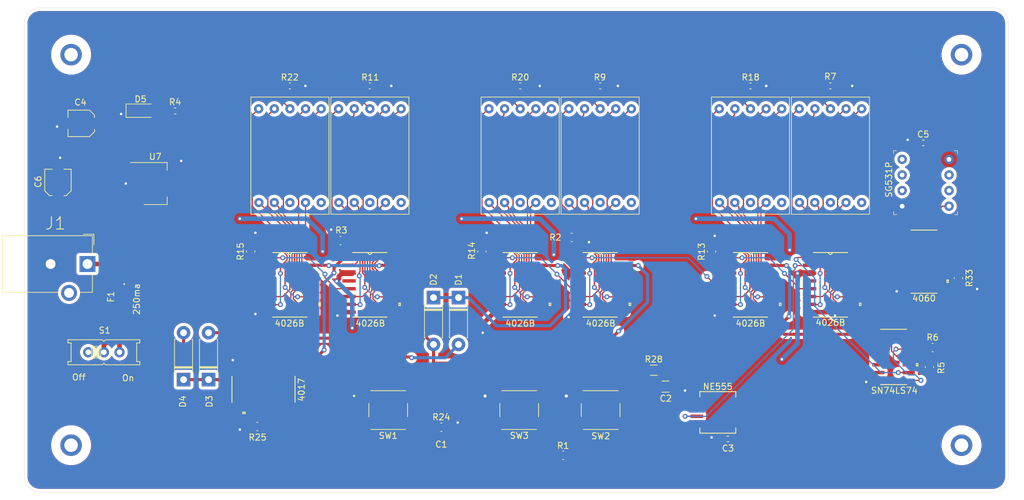
<source format=kicad_pcb>
(kicad_pcb (version 20171130) (host pcbnew "(5.1.4)-1")
  (title_block (title Counter) (date 2020-03-06) (rev v01))
  (layers (0 F.Cu signal) (31 B.Cu signal) (34 B.Paste user) (35 F.Paste user) (36 B.SilkS user) (37 F.SilkS user) (38 B.Mask user hide) (39 F.Mask user hide) (44 Edge.Cuts user))
  (net 0 "")
  (net 1 "Net-(7seg_milli1-Pad10)")
  (net 2 "Net-(7seg_milli1-Pad9)")
  (net 3 "Net-(7seg_milli1-Pad6)")
  (net 4 "Net-(7seg_milli1-Pad7)")
  (net 5 "Net-(7seg_milli1-Pad8)")
  (net 6 "Net-(7seg_milli1-Pad1)")
  (net 7 "Net-(7seg_milli1-Pad2)")
  (net 8 "Net-(7seg_milli1-Pad3)")
  (net 9 "Net-(7seg_milli1-Pad4)")
  (net 10 "Net-(7seg_milli1-Pad5)")
  (net 11 "Net-(7seg_milli2-Pad5)")
  (net 12 "Net-(7seg_milli2-Pad4)")
  (net 13 "Net-(7seg_milli2-Pad3)")
  (net 14 "Net-(7seg_milli2-Pad2)")
  (net 15 "Net-(7seg_milli2-Pad1)")
  (net 16 "Net-(7seg_milli2-Pad8)")
  (net 17 "Net-(7seg_milli2-Pad7)")
  (net 18 "Net-(7seg_milli2-Pad6)")
  (net 19 "Net-(7seg_milli2-Pad9)")
  (net 20 "Net-(7seg_milli2-Pad10)")
  (net 21 "Net-(7seg_min1-Pad10)")
  (net 22 "Net-(7seg_min1-Pad9)")
  (net 23 "Net-(7seg_min1-Pad6)")
  (net 24 "Net-(7seg_min1-Pad7)")
  (net 25 "Net-(7seg_min1-Pad8)")
  (net 26 "Net-(7seg_min1-Pad1)")
  (net 27 "Net-(7seg_min1-Pad2)")
  (net 28 "Net-(7seg_min1-Pad3)")
  (net 29 "Net-(7seg_min1-Pad4)")
  (net 30 "Net-(7seg_min1-Pad5)")
  (net 31 "Net-(7seg_min2-Pad5)")
  (net 32 "Net-(7seg_min2-Pad4)")
  (net 33 "Net-(7seg_min2-Pad3)")
  (net 34 "Net-(7seg_min2-Pad2)")
  (net 35 "Net-(7seg_min2-Pad1)")
  (net 36 "Net-(7seg_min2-Pad8)")
  (net 37 "Net-(7seg_min2-Pad7)")
  (net 38 "Net-(7seg_min2-Pad6)")
  (net 39 "Net-(7seg_min2-Pad9)")
  (net 40 "Net-(7seg_min2-Pad10)")
  (net 41 "Net-(7seg_sec1-Pad10)")
  (net 42 "Net-(7seg_sec1-Pad9)")
  (net 43 "Net-(7seg_sec1-Pad6)")
  (net 44 "Net-(7seg_sec1-Pad7)")
  (net 45 "Net-(7seg_sec1-Pad8)")
  (net 46 "Net-(7seg_sec1-Pad1)")
  (net 47 "Net-(7seg_sec1-Pad2)")
  (net 48 "Net-(7seg_sec1-Pad3)")
  (net 49 "Net-(7seg_sec1-Pad4)")
  (net 50 "Net-(7seg_sec1-Pad5)")
  (net 51 "Net-(7seg_sec2-Pad5)")
  (net 52 "Net-(7seg_sec2-Pad4)")
  (net 53 "Net-(7seg_sec2-Pad3)")
  (net 54 "Net-(7seg_sec2-Pad2)")
  (net 55 "Net-(7seg_sec2-Pad1)")
  (net 56 "Net-(7seg_sec2-Pad8)")
  (net 57 "Net-(7seg_sec2-Pad7)")
  (net 58 "Net-(7seg_sec2-Pad6)")
  (net 59 "Net-(7seg_sec2-Pad9)")
  (net 60 "Net-(7seg_sec2-Pad10)")
  (net 61 +5V)
  (net 62 Reset)
  (net 63 Stop)
  (net 64 GND)
  (net 65 "Net-(C3-Pad1)")
  (net 66 "Net-(C4-Pad1)")
  (net 67 Modulo6)
  (net 68 "Net-(D1-Pad1)")
  (net 69 "Net-(D3-Pad1)")
  (net 70 "Net-(D5-Pad2)")
  (net 71 "Net-(F1-Pad1)")
  (net 72 "Net-(F1-Pad2)")
  (net 73 "Net-(milli1-Pad14)")
  (net 74 carry_milli1)
  (net 75 "Net-(milli1-Pad4)")
  (net 76 Strt_Stp)
  (net 77 100Hz)
  (net 78 "Net-(R13-Pad1)")
  (net 79 "Net-(milli2-Pad4)")
  (net 80 carry_milli2)
  (net 81 "Net-(milli2-Pad14)")
  (net 82 "Net-(min1-Pad14)")
  (net 83 min1_carry)
  (net 84 "Net-(min1-Pad4)")
  (net 85 "Net-(R3-Pad1)")
  (net 86 "Net-(R15-Pad1)")
  (net 87 "Net-(min2-Pad4)")
  (net 88 "Net-(min2-Pad5)")
  (net 89 "Net-(min2-Pad14)")
  (net 90 Start)
  (net 91 "Net-(R2-Pad1)")
  (net 92 "Net-(R5-Pad2)")
  (net 93 "Net-(R6-Pad2)")
  (net 94 "Net-(R14-Pad1)")
  (net 95 "Net-(R25-Pad1)")
  (net 96 "Net-(R33-Pad1)")
  (net 97 "Net-(sec1-Pad4)")
  (net 98 carry_sec1)
  (net 99 "Net-(sec1-Pad14)")
  (net 100 "Net-(sec2-Pad14)")
  (net 101 "Net-(sec2-Pad5)")
  (net 102 "Net-(sec2-Pad4)")
  (net 103 "Net-(U2-Pad1)")
  (net 104 "Net-(U2-Pad2)")
  (net 105 "Net-(U2-Pad3)")
  (net 106 "Net-(U2-Pad4)")
  (net 107 "Net-(U2-Pad6)")
  (net 108 "Net-(U2-Pad7)")
  (net 109 "Net-(U2-Pad9)")
  (net 110 "Net-(U2-Pad10)")
  (net 111 "Net-(U2-Pad11)")
  (net 112 "Net-(U2-Pad12)")
  (net 113 sec1_carry)
  (net 114 "Net-(U3-Pad1)")
  (net 115 "Net-(U3-Pad2)")
  (net 116 "Net-(U3-Pad3)")
  (net 117 "Net-(U3-Pad4)")
  (net 118 "Net-(U3-Pad5)")
  (net 119 "Net-(U3-Pad6)")
  (net 120 "Net-(U3-Pad12)")
  (net 121 200Hz)
  (net 122 "Net-(U5-Pad1)")
  (net 123 "Net-(U5-Pad2)")
  (net 124 "Net-(U5-Pad4)")
  (net 125 "Net-(U5-Pad5)")
  (net 126 "Net-(U5-Pad6)")
  (net 127 "Net-(U5-Pad7)")
  (net 128 "Net-(U5-Pad9)")
  (net 129 "Net-(U5-Pad10)")
  (net 130 "Net-(U5-Pad13)")
  (net 131 "Net-(U5-Pad14)")
  (net 132 "Net-(U5-Pad15)")
  (net 133 "Net-(U6-Pad6)")
  (net 134 "Net-(U6-Pad7)")
  (net 135 "Net-(U1-Pad1)")
  (net 136 "Net-(U1-Pad2)")
  (net 137 "Net-(U1-Pad3)")
  (net 138 "Net-(U1-Pad5)")
  (net 139 "Net-(U1-Pad6)")
  (net 140 "Net-(U1-Pad7)")
  (net 141 "Net-(S1-PadO)")
  (module footprints:RESC2012X70N (layer F.Cu) (at 162.56 100.584 90)
    (fp_text reference R13 (at -0.0256 -1.6256 270) (layer F.SilkS))
    (fp_text value 1K)
    (pad 1 smd rect (at -0.94 0 90) (size 1.04 1.38) (layers F.Cu F.Paste F.Mask) (net 78 "Net-(R13-Pad1)"))
    (pad 2 smd rect (at 0.94 0 90) (size 1.04 1.38) (layers F.Cu F.Paste F.Mask) (net 64 GND))
  )
  (module footprints:RESC1608X55N (layer F.Cu) (at 107 73.66 180)
    (fp_text reference R11 (at -0.061 1.397) (layer F.SilkS))
    (fp_text value 120)
    (pad 1 smd rect (at -0.837 0 180) (size 0.8 0.98) (layers F.Cu F.Paste F.Mask) (net 64 GND))
    (pad 2 smd rect (at 0.837 0 180) (size 0.8 0.98) (layers F.Cu F.Paste F.Mask) (net 25 "Net-(7seg_min1-Pad8)"))
  )
  (module footprints:CD4026BNSR (layer F.Cu) (at 144.442 106)
    (fp_text reference sec1 hide)
    (fp_text value 4026B (at 0.084 6.268 180) (layer F.SilkS))
    (pad 1 smd rect (at -3.3782 -4.445) (size 2.159 0.5588) (layers F.Cu F.Paste F.Mask) (net 80 carry_milli2))
    (pad 2 smd rect (at -3.3782 -3.175) (size 2.159 0.5588) (layers F.Cu F.Paste F.Mask) (net 91 "Net-(R2-Pad1)"))
    (pad 3 smd rect (at -3.3782 -1.905) (size 2.159 0.5588) (layers F.Cu F.Paste F.Mask) (net 61 +5V))
    (pad 4 smd rect (at -3.3782 -0.635) (size 2.159 0.5588) (layers F.Cu F.Paste F.Mask) (net 97 "Net-(sec1-Pad4)"))
    (pad 5 smd rect (at -3.3782 0.635) (size 2.159 0.5588) (layers F.Cu F.Paste F.Mask) (net 98 carry_sec1))
    (pad 6 smd rect (at -3.3782 1.905) (size 2.159 0.5588) (layers F.Cu F.Paste F.Mask) (net 42 "Net-(7seg_sec1-Pad9)"))
    (pad 7 smd rect (at -3.3782 3.175) (size 2.159 0.5588) (layers F.Cu F.Paste F.Mask) (net 41 "Net-(7seg_sec1-Pad10)"))
    (pad 8 smd rect (at -3.3782 4.445) (size 2.159 0.5588) (layers F.Cu F.Paste F.Mask) (net 64 GND))
    (pad 9 smd rect (at 3.3782 4.445) (size 2.159 0.5588) (layers F.Cu F.Paste F.Mask) (net 47 "Net-(7seg_sec1-Pad2)"))
    (pad 10 smd rect (at 3.3782 3.175) (size 2.159 0.5588) (layers F.Cu F.Paste F.Mask) (net 44 "Net-(7seg_sec1-Pad7)"))
    (pad 11 smd rect (at 3.3782 1.905) (size 2.159 0.5588) (layers F.Cu F.Paste F.Mask) (net 46 "Net-(7seg_sec1-Pad1)"))
    (pad 12 smd rect (at 3.3782 0.635) (size 2.159 0.5588) (layers F.Cu F.Paste F.Mask) (net 43 "Net-(7seg_sec1-Pad6)"))
    (pad 13 smd rect (at 3.3782 -0.635) (size 2.159 0.5588) (layers F.Cu F.Paste F.Mask) (net 49 "Net-(7seg_sec1-Pad4)"))
    (pad 14 smd rect (at 3.3782 -1.905) (size 2.159 0.5588) (layers F.Cu F.Paste F.Mask) (net 99 "Net-(sec1-Pad14)"))
    (pad 15 smd rect (at 3.3782 -3.175) (size 2.159 0.5588) (layers F.Cu F.Paste F.Mask) (net 62 Reset))
    (pad 16 smd rect (at 3.3782 -4.445) (size 2.159 0.5588) (layers F.Cu F.Paste F.Mask) (net 61 +5V))
  )
  (module displays:SC56-21GWA (layer F.Cu) (at 107 85)
    (fp_text reference 7seg_min1 hide)
    (fp_text value SC56-21GWA)
    (pad 5 thru_hole circle (at 5.08 7.62) (size 1.5 1.5) (drill 0.7) (layers *.Cu *.Mask) (net 30 "Net-(7seg_min1-Pad5)"))
    (pad 4 thru_hole circle (at 2.54 7.62) (size 1.5 1.5) (drill 0.7) (layers *.Cu *.Mask) (net 29 "Net-(7seg_min1-Pad4)"))
    (pad 3 thru_hole circle (at 0 7.62) (size 1.5 1.5) (drill 0.7) (layers *.Cu *.Mask) (net 28 "Net-(7seg_min1-Pad3)"))
    (pad 2 thru_hole circle (at -2.54 7.62) (size 1.5 1.5) (drill 0.7) (layers *.Cu *.Mask) (net 27 "Net-(7seg_min1-Pad2)"))
    (pad 1 thru_hole circle (at -5.04 7.62) (size 1.5 1.5) (drill 0.7) (layers *.Cu *.Mask) (net 26 "Net-(7seg_min1-Pad1)"))
    (pad 8 thru_hole circle (at 0 -7.62) (size 1.5 1.5) (drill 0.7) (layers *.Cu *.Mask) (net 25 "Net-(7seg_min1-Pad8)"))
    (pad 7 thru_hole circle (at 2.54 -7.62) (size 1.5 1.5) (drill 0.7) (layers *.Cu *.Mask) (net 24 "Net-(7seg_min1-Pad7)"))
    (pad 6 thru_hole circle (at 5.08 -7.62) (size 1.5 1.5) (drill 0.7) (layers *.Cu *.Mask) (net 23 "Net-(7seg_min1-Pad6)"))
    (pad 9 thru_hole circle (at -2.54 -7.62) (size 1.5 1.5) (drill 0.7) (layers *.Cu *.Mask) (net 22 "Net-(7seg_min1-Pad9)"))
    (pad 10 thru_hole circle (at -5.08 -7.62) (size 1.5 1.5) (drill 0.7) (layers *.Cu *.Mask) (net 21 "Net-(7seg_min1-Pad10)"))
  )
  (module footprints:RESC2012X70N (layer F.Cu) (at 87.63 100.584 90)
    (fp_text reference R15 (at -0.0002 -1.6764 270) (layer F.SilkS))
    (fp_text value 1K)
    (pad 1 smd rect (at -0.94 0 90) (size 1.04 1.38) (layers F.Cu F.Paste F.Mask) (net 86 "Net-(R15-Pad1)"))
    (pad 2 smd rect (at 0.94 0 90) (size 1.04 1.38) (layers F.Cu F.Paste F.Mask) (net 64 GND))
  )
  (module footprints:SW_B3FS-1010P (layer F.Cu) (at 144.526 126.365)
    (fp_text reference SW2 (at 0.0132 4.227) (layer F.SilkS))
    (fp_text value Stop)
    (pad 4 smd rect (at 4 2.25) (size 1.6 1.4) (layers F.Cu F.Paste F.Mask))
    (pad 3 smd rect (at -4 2.25) (size 1.6 1.4) (layers F.Cu F.Paste F.Mask))
    (pad 2 smd rect (at 4 -2.25) (size 1.6 1.4) (layers F.Cu F.Paste F.Mask) (net 63 Stop))
    (pad 1 smd rect (at -4 -2.25) (size 1.6 1.4) (layers F.Cu F.Paste F.Mask) (net 64 GND))
  )
  (module MountingHole:MountingHole_2.2mm_M2_ISO7380_Pad (layer F.Cu) (at 203.2 68.58)
    (fp_text reference M2 hide)
    (fp_text value MountingHole_2.2mm_M2_ISO7380_Pad)
    (pad 3 thru_hole circle (at 0 0) (size 3.5 3.5) (drill 2.2) (layers *.Cu *.Mask) (clearance 1.5))
  )
  (module MountingHole:MountingHole_2.2mm_M2_ISO7380_Pad (layer F.Cu) (at 58.42 68.58)
    (fp_text reference M2 hide)
    (fp_text value MountingHole_2.2mm_M2_ISO7380_Pad)
    (pad 4 thru_hole circle (at 0 0) (size 3.5 3.5) (drill 2.2) (layers *.Cu *.Mask) (clearance 1.5))
  )
  (module MountingHole:MountingHole_2.2mm_M2_ISO7380_Pad (layer F.Cu) (at 205.74 132.08)
    (fp_text reference M2 hide)
    (fp_text value MountingHole_2.2mm_M2_ISO7380_Pad)
    (pad 2 thru_hole circle (at -2.54 0) (size 3.5 3.5) (drill 2.2) (layers *.Cu *.Mask))
  )
  (module MountingHole:MountingHole_2.2mm_M2_ISO7380_Pad (layer F.Cu) (at 55.245 134.62)
    (fp_text reference M2 hide)
    (fp_text value MountingHole_2.2mm_M2_ISO7380_Pad)
    (pad 1 thru_hole circle (at 3.175 -2.54) (size 3.5 3.5) (drill 2.2) (layers *.Cu *.Mask) (clearance 1.5))
  )
  (module footprints:SN74LS74ADR (layer F.Cu) (at 192.151 117.729)
    (fp_text reference U3 hide)
    (fp_text value SN74LS74 (at 0.127 5.461 180) (layer F.SilkS))
    (pad 1 smd rect (at -2.4638 -3.81) (size 1.9812 0.5588) (layers F.Cu F.Paste F.Mask) (net 114 "Net-(U3-Pad1)"))
    (pad 2 smd rect (at -2.4638 -2.54) (size 1.9812 0.5588) (layers F.Cu F.Paste F.Mask) (net 115 "Net-(U3-Pad2)"))
    (pad 3 smd rect (at -2.4638 -1.27) (size 1.9812 0.5588) (layers F.Cu F.Paste F.Mask) (net 116 "Net-(U3-Pad3)"))
    (pad 4 smd rect (at -2.4638 0) (size 1.9812 0.5588) (layers F.Cu F.Paste F.Mask) (net 117 "Net-(U3-Pad4)"))
    (pad 5 smd rect (at -2.4638 1.27) (size 1.9812 0.5588) (layers F.Cu F.Paste F.Mask) (net 118 "Net-(U3-Pad5)"))
    (pad 6 smd rect (at -2.4638 2.54) (size 1.9812 0.5588) (layers F.Cu F.Paste F.Mask) (net 119 "Net-(U3-Pad6)"))
    (pad 7 smd rect (at -2.4638 3.81) (size 1.9812 0.5588) (layers F.Cu F.Paste F.Mask) (net 64 GND))
    (pad 8 smd rect (at 2.4638 3.81) (size 1.9812 0.5588) (layers F.Cu F.Paste F.Mask) (net 120 "Net-(U3-Pad12)"))
    (pad 9 smd rect (at 2.4638 2.54) (size 1.9812 0.5588) (layers F.Cu F.Paste F.Mask) (net 77 100Hz))
    (pad 10 smd rect (at 2.4638 1.27) (size 1.9812 0.5588) (layers F.Cu F.Paste F.Mask) (net 92 "Net-(R5-Pad2)"))
    (pad 11 smd rect (at 2.4638 0) (size 1.9812 0.5588) (layers F.Cu F.Paste F.Mask) (net 121 200Hz))
    (pad 12 smd rect (at 2.4638 -1.27) (size 1.9812 0.5588) (layers F.Cu F.Paste F.Mask) (net 120 "Net-(U3-Pad12)"))
    (pad 13 smd rect (at 2.4638 -2.54) (size 1.9812 0.5588) (layers F.Cu F.Paste F.Mask) (net 93 "Net-(R6-Pad2)"))
    (pad 14 smd rect (at 2.4638 -3.81) (size 1.9812 0.5588) (layers F.Cu F.Paste F.Mask) (net 61 +5V))
  )
  (module footprints:CAPC2012X140N (layer F.Cu) (at 118.618 133.731 180)
    (fp_text reference C1 (at 0 1.778) (layer F.SilkS))
    (fp_text value 1uf)
    (pad 1 smd rect (at -0.88 0 180) (size 1.16 1.47) (layers F.Cu F.Paste F.Mask) (net 61 +5V))
    (pad 2 smd rect (at 0.88 0 180) (size 1.16 1.47) (layers F.Cu F.Paste F.Mask) (net 62 Reset))
  )
  (module footprints:CAPC3216X110N (layer F.Cu) (at 155.067 122.555)
    (fp_text reference C2 (at 0.049 1.9304 180) (layer F.SilkS))
    (fp_text value 10uf)
    (pad 1 smd rect (at -1.475 0) (size 1.16 1.82) (layers F.Cu F.Paste F.Mask) (net 63 Stop))
    (pad 2 smd rect (at 1.475 0) (size 1.16 1.82) (layers F.Cu F.Paste F.Mask) (net 64 GND))
  )
  (module footprints:CAPC1608X90 (layer F.Cu) (at 165.227 131.064 180)
    (fp_text reference C3 (at 0 -1.524 180) (layer F.SilkS))
    (fp_text value .01uf)
    (pad 2 smd rect (at 0.85 0 180) (size 1.1 1) (layers F.Cu F.Paste F.Mask) (net 64 GND))
    (pad 1 smd rect (at -0.85 0 180) (size 1.1 1) (layers F.Cu F.Paste F.Mask) (net 65 "Net-(C3-Pad1)"))
  )
  (module footprints:CAPAE430X550N (layer F.Cu) (at 60.071 79.756 180)
    (fp_text reference C4 (at 0.127 3.429) (layer F.SilkS))
    (fp_text value 10uf)
    (pad 2 smd rect (at 1.65 0 180) (size 2.42 1.58) (layers F.Cu F.Paste F.Mask) (net 64 GND))
    (pad 1 smd rect (at -1.65 0 180) (size 2.42 1.58) (layers F.Cu F.Paste F.Mask) (net 66 "Net-(C4-Pad1)"))
  )
  (module footprints:CAPC1608X90 (layer F.Cu) (at 196.977 82.931 180)
    (fp_text reference C5 (at 0 1.397 180) (layer F.SilkS))
    (fp_text value .01uf)
    (pad 1 smd rect (at -0.85 0 180) (size 1.1 1) (layers F.Cu F.Paste F.Mask) (net 61 +5V))
    (pad 2 smd rect (at 0.85 0 180) (size 1.1 1) (layers F.Cu F.Paste F.Mask) (net 64 GND))
  )
  (module footprints:CAPAE430X550N (layer F.Cu) (at 56.2864 89.3572 90)
    (fp_text reference C6 (at 0.127 -3.2258 90) (layer F.SilkS))
    (fp_text value 10uf)
    (pad 1 smd rect (at -1.65 0 90) (size 2.42 1.58) (layers F.Cu F.Paste F.Mask) (net 61 +5V))
    (pad 2 smd rect (at 1.65 0 90) (size 2.42 1.58) (layers F.Cu F.Paste F.Mask) (net 64 GND))
  )
  (module LED_SMD:LED_1206_3216Metric_Castellated (layer F.Cu) (at 69.85 77.6859)
    (fp_text reference D5 (at -0.127 -1.8669) (layer F.SilkS))
    (fp_text value GRN)
    (pad 1 smd roundrect (at -1.425 0) (size 1.6 1.65) (layers F.Cu F.Paste F.Mask) (roundrect_rratio 0.15625) (net 64 GND))
    (pad 2 smd roundrect (at 1.425 0) (size 1.6 1.65) (layers F.Cu F.Paste F.Mask) (roundrect_rratio 0.15625) (net 70 "Net-(D5-Pad2)"))
  )
  (module footprints:F0603E0R25FSTR (layer F.Cu) (at 67.056 107.95 270)
    (fp_text reference F1 (at 0 2.159 90) (layer F.SilkS))
    (fp_text value 250ma (at 0.381 -2.032 270) (layer F.SilkS))
    (fp_line (start -0.3175 -0.4318) (end 0.3175 -0.4318) (layer F.Cu) (width 0.1524))
    (fp_line (start 0.3175 -0.4318) (end 0.3175 0.4318) (layer F.Cu) (width 0.1524))
    (fp_line (start 0.3175 0.4318) (end -0.3175 0.4318) (layer F.Cu) (width 0.1524))
    (fp_line (start -0.3175 0.4318) (end -0.3175 -0.4318) (layer F.Cu) (width 0.1524))
    (pad 1 smd rect (at -0.8001 0 270) (size 0.8636 2) (layers F.Cu F.Paste F.Mask) (net 71 "Net-(F1-Pad1)"))
    (pad 2 smd rect (at 0.8001 0 270) (size 0.8636 2) (layers F.Cu F.Paste F.Mask) (net 72 "Net-(F1-Pad2)"))
  )
  (module Connector_BarrelJack:BarrelJack_CUI_PJ-102AH_Horizontal (layer F.Cu) (at 61.087 102.616 270)
    (fp_text reference J1 (at -6.604 5.207 180) (layer F.SilkS) (effects (font (size 2 2))))
    (fp_text value Barrel_Jack)
    (pad 1 thru_hole rect (at 0 0 270) (size 2.6 2.6) (drill 1.6) (layers *.Cu *.Mask) (net 71 "Net-(F1-Pad1)"))
    (pad 2 thru_hole circle (at 0 6 270) (size 2.6 2.6) (drill 1.6) (layers *.Cu *.Mask) (net 64 GND))
    (pad 3 thru_hole circle (at 4.7 3 270) (size 2.6 2.6) (drill 1.6) (layers *.Cu *.Mask))
  )
  (module footprints:CD4026BNSR (layer F.Cu) (at 181.884 106)
    (fp_text reference milli1 hide)
    (fp_text value 4026B (at 0 6.141) (layer F.SilkS))
    (pad 16 smd rect (at 3.3782 -4.445) (size 2.159 0.5588) (layers F.Cu F.Paste F.Mask) (net 61 +5V))
    (pad 15 smd rect (at 3.3782 -3.175) (size 2.159 0.5588) (layers F.Cu F.Paste F.Mask) (net 62 Reset))
    (pad 14 smd rect (at 3.3782 -1.905) (size 2.159 0.5588) (layers F.Cu F.Paste F.Mask) (net 73 "Net-(milli1-Pad14)"))
    (pad 13 smd rect (at 3.3782 -0.635) (size 2.159 0.5588) (layers F.Cu F.Paste F.Mask) (net 9 "Net-(7seg_milli1-Pad4)"))
    (pad 12 smd rect (at 3.3782 0.635) (size 2.159 0.5588) (layers F.Cu F.Paste F.Mask) (net 3 "Net-(7seg_milli1-Pad6)"))
    (pad 11 smd rect (at 3.3782 1.905) (size 2.159 0.5588) (layers F.Cu F.Paste F.Mask) (net 6 "Net-(7seg_milli1-Pad1)"))
    (pad 10 smd rect (at 3.3782 3.175) (size 2.159 0.5588) (layers F.Cu F.Paste F.Mask) (net 4 "Net-(7seg_milli1-Pad7)"))
    (pad 9 smd rect (at 3.3782 4.445) (size 2.159 0.5588) (layers F.Cu F.Paste F.Mask) (net 7 "Net-(7seg_milli1-Pad2)"))
    (pad 8 smd rect (at -3.3782 4.445) (size 2.159 0.5588) (layers F.Cu F.Paste F.Mask) (net 64 GND))
    (pad 7 smd rect (at -3.3782 3.175) (size 2.159 0.5588) (layers F.Cu F.Paste F.Mask) (net 1 "Net-(7seg_milli1-Pad10)"))
    (pad 6 smd rect (at -3.3782 1.905) (size 2.159 0.5588) (layers F.Cu F.Paste F.Mask) (net 2 "Net-(7seg_milli1-Pad9)"))
    (pad 5 smd rect (at -3.3782 0.635) (size 2.159 0.5588) (layers F.Cu F.Paste F.Mask) (net 74 carry_milli1))
    (pad 4 smd rect (at -3.3782 -0.635) (size 2.159 0.5588) (layers F.Cu F.Paste F.Mask) (net 75 "Net-(milli1-Pad4)"))
    (pad 3 smd rect (at -3.3782 -1.905) (size 2.159 0.5588) (layers F.Cu F.Paste F.Mask) (net 61 +5V))
    (pad 2 smd rect (at -3.3782 -3.175) (size 2.159 0.5588) (layers F.Cu F.Paste F.Mask) (net 76 Strt_Stp))
    (pad 1 smd rect (at -3.3782 -4.445) (size 2.159 0.5588) (layers F.Cu F.Paste F.Mask) (net 77 100Hz))
  )
  (module footprints:CD4026BNSR (layer F.Cu) (at 168.884 106)
    (fp_text reference milli2 hide)
    (fp_text value 4026B (at 0 6.268) (layer F.SilkS))
    (pad 1 smd rect (at -3.3782 -4.445) (size 2.159 0.5588) (layers F.Cu F.Paste F.Mask) (net 74 carry_milli1))
    (pad 2 smd rect (at -3.3782 -3.175) (size 2.159 0.5588) (layers F.Cu F.Paste F.Mask) (net 78 "Net-(R13-Pad1)"))
    (pad 3 smd rect (at -3.3782 -1.905) (size 2.159 0.5588) (layers F.Cu F.Paste F.Mask) (net 61 +5V))
    (pad 4 smd rect (at -3.3782 -0.635) (size 2.159 0.5588) (layers F.Cu F.Paste F.Mask) (net 79 "Net-(milli2-Pad4)"))
    (pad 5 smd rect (at -3.3782 0.635) (size 2.159 0.5588) (layers F.Cu F.Paste F.Mask) (net 80 carry_milli2))
    (pad 6 smd rect (at -3.3782 1.905) (size 2.159 0.5588) (layers F.Cu F.Paste F.Mask) (net 19 "Net-(7seg_milli2-Pad9)"))
    (pad 7 smd rect (at -3.3782 3.175) (size 2.159 0.5588) (layers F.Cu F.Paste F.Mask) (net 20 "Net-(7seg_milli2-Pad10)"))
    (pad 8 smd rect (at -3.3782 4.445) (size 2.159 0.5588) (layers F.Cu F.Paste F.Mask) (net 64 GND))
    (pad 9 smd rect (at 3.3782 4.445) (size 2.159 0.5588) (layers F.Cu F.Paste F.Mask) (net 14 "Net-(7seg_milli2-Pad2)"))
    (pad 10 smd rect (at 3.3782 3.175) (size 2.159 0.5588) (layers F.Cu F.Paste F.Mask) (net 17 "Net-(7seg_milli2-Pad7)"))
    (pad 11 smd rect (at 3.3782 1.905) (size 2.159 0.5588) (layers F.Cu F.Paste F.Mask) (net 15 "Net-(7seg_milli2-Pad1)"))
    (pad 12 smd rect (at 3.3782 0.635) (size 2.159 0.5588) (layers F.Cu F.Paste F.Mask) (net 18 "Net-(7seg_milli2-Pad6)"))
    (pad 13 smd rect (at 3.3782 -0.635) (size 2.159 0.5588) (layers F.Cu F.Paste F.Mask) (net 12 "Net-(7seg_milli2-Pad4)"))
    (pad 14 smd rect (at 3.3782 -1.905) (size 2.159 0.5588) (layers F.Cu F.Paste F.Mask) (net 81 "Net-(milli2-Pad14)"))
    (pad 15 smd rect (at 3.3782 -3.175) (size 2.159 0.5588) (layers F.Cu F.Paste F.Mask) (net 62 Reset))
    (pad 16 smd rect (at 3.3782 -4.445) (size 2.159 0.5588) (layers F.Cu F.Paste F.Mask) (net 61 +5V))
  )
  (module footprints:CD4026BNSR (layer F.Cu) (at 107 106)
    (fp_text reference min1 hide)
    (fp_text value 4026B (at 0.061 6.268) (layer F.SilkS))
    (pad 16 smd rect (at 3.3782 -4.445) (size 2.159 0.5588) (layers F.Cu F.Paste F.Mask) (net 61 +5V))
    (pad 15 smd rect (at 3.3782 -3.175) (size 2.159 0.5588) (layers F.Cu F.Paste F.Mask) (net 62 Reset))
    (pad 14 smd rect (at 3.3782 -1.905) (size 2.159 0.5588) (layers F.Cu F.Paste F.Mask) (net 82 "Net-(min1-Pad14)"))
    (pad 13 smd rect (at 3.3782 -0.635) (size 2.159 0.5588) (layers F.Cu F.Paste F.Mask) (net 29 "Net-(7seg_min1-Pad4)"))
    (pad 12 smd rect (at 3.3782 0.635) (size 2.159 0.5588) (layers F.Cu F.Paste F.Mask) (net 23 "Net-(7seg_min1-Pad6)"))
    (pad 11 smd rect (at 3.3782 1.905) (size 2.159 0.5588) (layers F.Cu F.Paste F.Mask) (net 26 "Net-(7seg_min1-Pad1)"))
    (pad 10 smd rect (at 3.3782 3.175) (size 2.159 0.5588) (layers F.Cu F.Paste F.Mask) (net 24 "Net-(7seg_min1-Pad7)"))
    (pad 9 smd rect (at 3.3782 4.445) (size 2.159 0.5588) (layers F.Cu F.Paste F.Mask) (net 27 "Net-(7seg_min1-Pad2)"))
    (pad 8 smd rect (at -3.3782 4.445) (size 2.159 0.5588) (layers F.Cu F.Paste F.Mask) (net 64 GND))
    (pad 7 smd rect (at -3.3782 3.175) (size 2.159 0.5588) (layers F.Cu F.Paste F.Mask) (net 21 "Net-(7seg_min1-Pad10)"))
    (pad 6 smd rect (at -3.3782 1.905) (size 2.159 0.5588) (layers F.Cu F.Paste F.Mask) (net 22 "Net-(7seg_min1-Pad9)"))
    (pad 5 smd rect (at -3.3782 0.635) (size 2.159 0.5588) (layers F.Cu F.Paste F.Mask) (net 83 min1_carry))
    (pad 4 smd rect (at -3.3782 -0.635) (size 2.159 0.5588) (layers F.Cu F.Paste F.Mask) (net 84 "Net-(min1-Pad4)"))
    (pad 3 smd rect (at -3.3782 -1.905) (size 2.159 0.5588) (layers F.Cu F.Paste F.Mask) (net 61 +5V))
    (pad 2 smd rect (at -3.3782 -3.175) (size 2.159 0.5588) (layers F.Cu F.Paste F.Mask) (net 85 "Net-(R3-Pad1)"))
    (pad 1 smd rect (at -3.3782 -4.445) (size 2.159 0.5588) (layers F.Cu F.Paste F.Mask) (net 67 Modulo6))
  )
  (module footprints:CD4026BNSR (layer F.Cu) (at 94 106)
    (fp_text reference min2 hide)
    (fp_text value 4026B (at -0.0635 6.268) (layer F.SilkS))
    (pad 1 smd rect (at -3.3782 -4.445) (size 2.159 0.5588) (layers F.Cu F.Paste F.Mask) (net 83 min1_carry))
    (pad 2 smd rect (at -3.3782 -3.175) (size 2.159 0.5588) (layers F.Cu F.Paste F.Mask) (net 86 "Net-(R15-Pad1)"))
    (pad 3 smd rect (at -3.3782 -1.905) (size 2.159 0.5588) (layers F.Cu F.Paste F.Mask) (net 61 +5V))
    (pad 4 smd rect (at -3.3782 -0.635) (size 2.159 0.5588) (layers F.Cu F.Paste F.Mask) (net 87 "Net-(min2-Pad4)"))
    (pad 5 smd rect (at -3.3782 0.635) (size 2.159 0.5588) (layers F.Cu F.Paste F.Mask) (net 88 "Net-(min2-Pad5)"))
    (pad 6 smd rect (at -3.3782 1.905) (size 2.159 0.5588) (layers F.Cu F.Paste F.Mask) (net 39 "Net-(7seg_min2-Pad9)"))
    (pad 7 smd rect (at -3.3782 3.175) (size 2.159 0.5588) (layers F.Cu F.Paste F.Mask) (net 40 "Net-(7seg_min2-Pad10)"))
    (pad 8 smd rect (at -3.3782 4.445) (size 2.159 0.5588) (layers F.Cu F.Paste F.Mask) (net 64 GND))
    (pad 9 smd rect (at 3.3782 4.445) (size 2.159 0.5588) (layers F.Cu F.Paste F.Mask) (net 34 "Net-(7seg_min2-Pad2)"))
    (pad 10 smd rect (at 3.3782 3.175) (size 2.159 0.5588) (layers F.Cu F.Paste F.Mask) (net 37 "Net-(7seg_min2-Pad7)"))
    (pad 11 smd rect (at 3.3782 1.905) (size 2.159 0.5588) (layers F.Cu F.Paste F.Mask) (net 35 "Net-(7seg_min2-Pad1)"))
    (pad 12 smd rect (at 3.3782 0.635) (size 2.159 0.5588) (layers F.Cu F.Paste F.Mask) (net 38 "Net-(7seg_min2-Pad6)"))
    (pad 13 smd rect (at 3.3782 -0.635) (size 2.159 0.5588) (layers F.Cu F.Paste F.Mask) (net 32 "Net-(7seg_min2-Pad4)"))
    (pad 14 smd rect (at 3.3782 -1.905) (size 2.159 0.5588) (layers F.Cu F.Paste F.Mask) (net 89 "Net-(min2-Pad14)"))
    (pad 15 smd rect (at 3.3782 -3.175) (size 2.159 0.5588) (layers F.Cu F.Paste F.Mask) (net 62 Reset))
    (pad 16 smd rect (at 3.3782 -4.445) (size 2.159 0.5588) (layers F.Cu F.Paste F.Mask) (net 61 +5V))
  )
  (module footprints:RESC2012X70N (layer F.Cu) (at 138.43 133.731 180)
    (fp_text reference R1 (at 0 1.575 180) (layer F.SilkS))
    (fp_text value 1K)
    (pad 1 smd rect (at -0.94 0 180) (size 1.04 1.38) (layers F.Cu F.Paste F.Mask) (net 61 +5V))
    (pad 2 smd rect (at 0.94 0 180) (size 1.04 1.38) (layers F.Cu F.Paste F.Mask) (net 90 Start))
  )
  (module footprints:RESC2012X70N (layer F.Cu) (at 139.827 98.298)
    (fp_text reference R2 (at -2.667 0 180) (layer F.SilkS))
    (fp_text value 1K)
    (pad 2 smd rect (at 0.94 0) (size 1.04 1.38) (layers F.Cu F.Paste F.Mask) (net 64 GND))
    (pad 1 smd rect (at -0.94 0) (size 1.04 1.38) (layers F.Cu F.Paste F.Mask) (net 91 "Net-(R2-Pad1)"))
  )
  (module footprints:RESC2012X70N (layer F.Cu) (at 102.235 98.806 180)
    (fp_text reference R3 (at -0.127 1.6764 180) (layer F.SilkS))
    (fp_text value 1K)
    (pad 2 smd rect (at 0.94 0 180) (size 1.04 1.38) (layers F.Cu F.Paste F.Mask) (net 64 GND))
    (pad 1 smd rect (at -0.94 0 180) (size 1.04 1.38) (layers F.Cu F.Paste F.Mask) (net 85 "Net-(R3-Pad1)"))
  )
  (module footprints:RESC1608X55N (layer F.Cu) (at 75.3618 77.724)
    (fp_text reference R4 (at -0.0254 -1.4478) (layer F.SilkS))
    (fp_text value 220)
    (pad 1 smd rect (at -0.837 0) (size 0.8 0.98) (layers F.Cu F.Paste F.Mask) (net 70 "Net-(D5-Pad2)"))
    (pad 2 smd rect (at 0.837 0) (size 0.8 0.98) (layers F.Cu F.Paste F.Mask) (net 61 +5V))
  )
  (module footprints:RESC2012X70N (layer F.Cu) (at 197.993 119.38 90)
    (fp_text reference R5 (at -0.127 1.905 270) (layer F.SilkS))
    (fp_text value 1K)
    (pad 1 smd rect (at -0.94 0 90) (size 1.04 1.38) (layers F.Cu F.Paste F.Mask) (net 61 +5V))
    (pad 2 smd rect (at 0.94 0 90) (size 1.04 1.38) (layers F.Cu F.Paste F.Mask) (net 92 "Net-(R5-Pad2)"))
  )
  (module footprints:RESC2012X70N (layer F.Cu) (at 198.501 116.205 180)
    (fp_text reference R6 (at 0 1.651) (layer F.SilkS))
    (fp_text value 1K)
    (pad 2 smd rect (at 0.94 0 180) (size 1.04 1.38) (layers F.Cu F.Paste F.Mask) (net 93 "Net-(R6-Pad2)"))
    (pad 1 smd rect (at -0.94 0 180) (size 1.04 1.38) (layers F.Cu F.Paste F.Mask) (net 61 +5V))
  )
  (module footprints:RESC1608X55N (layer F.Cu) (at 181.884 73.66 180)
    (fp_text reference R7 (at 0.02 1.524) (layer F.SilkS))
    (fp_text value 120)
    (pad 2 smd rect (at 0.837 0 180) (size 0.8 0.98) (layers F.Cu F.Paste F.Mask) (net 5 "Net-(7seg_milli1-Pad8)"))
    (pad 1 smd rect (at -0.837 0 180) (size 0.8 0.98) (layers F.Cu F.Paste F.Mask) (net 64 GND))
  )
  (module footprints:RESC1608X55N (layer F.Cu) (at 144.442 73.66 180)
    (fp_text reference R9 (at 0.043 1.397) (layer F.SilkS))
    (fp_text value 120)
    (pad 1 smd rect (at -0.837 0 180) (size 0.8 0.98) (layers F.Cu F.Paste F.Mask) (net 64 GND))
    (pad 2 smd rect (at 0.837 0 180) (size 0.8 0.98) (layers F.Cu F.Paste F.Mask) (net 45 "Net-(7seg_sec1-Pad8)"))
  )
  (module footprints:RESC2012X70N (layer F.Cu) (at 125.222 100.584 90)
    (fp_text reference R14 (at 0.127 -1.651 270) (layer F.SilkS))
    (fp_text value 1K)
    (pad 1 smd rect (at -0.94 0 90) (size 1.04 1.38) (layers F.Cu F.Paste F.Mask) (net 94 "Net-(R14-Pad1)"))
    (pad 2 smd rect (at 0.94 0 90) (size 1.04 1.38) (layers F.Cu F.Paste F.Mask) (net 64 GND))
  )
  (module footprints:RESC1608X55N (layer F.Cu) (at 168.884 73.66 180)
    (fp_text reference R18 (at -0.026 1.397) (layer F.SilkS))
    (fp_text value 120)
    (pad 1 smd rect (at -0.837 0 180) (size 0.8 0.98) (layers F.Cu F.Paste F.Mask) (net 64 GND))
    (pad 2 smd rect (at 0.837 0 180) (size 0.8 0.98) (layers F.Cu F.Paste F.Mask) (net 16 "Net-(7seg_milli2-Pad8)"))
  )
  (module footprints:RESC1608X55N (layer F.Cu) (at 131.442 73.66 180)
    (fp_text reference R20 (at -0.003 1.397) (layer F.SilkS))
    (fp_text value 120)
    (pad 2 smd rect (at 0.837 0 180) (size 0.8 0.98) (layers F.Cu F.Paste F.Mask) (net 56 "Net-(7seg_sec2-Pad8)"))
    (pad 1 smd rect (at -0.837 0 180) (size 0.8 0.98) (layers F.Cu F.Paste F.Mask) (net 64 GND))
  )
  (module footprints:RESC1608X55N (layer F.Cu) (at 94 73.66 180)
    (fp_text reference R22 (at 0.02 1.397) (layer F.SilkS))
    (fp_text value 120)
    (pad 2 smd rect (at 0.837 0 180) (size 0.8 0.98) (layers F.Cu F.Paste F.Mask) (net 36 "Net-(7seg_min2-Pad8)"))
    (pad 1 smd rect (at -0.837 0 180) (size 0.8 0.98) (layers F.Cu F.Paste F.Mask) (net 64 GND))
  )
  (module footprints:RESC2012X70N (layer F.Cu) (at 118.618 129.159)
    (fp_text reference R24 (at 0 -1.651) (layer F.SilkS))
    (fp_text value 1K)
    (pad 1 smd rect (at -0.94 0) (size 1.04 1.38) (layers F.Cu F.Paste F.Mask) (net 62 Reset))
    (pad 2 smd rect (at 0.94 0) (size 1.04 1.38) (layers F.Cu F.Paste F.Mask) (net 64 GND))
  )
  (module footprints:RESC2012X70N (layer F.Cu) (at 88.697 129.032 180)
    (fp_text reference R25 (at -0.0508 -1.778) (layer F.SilkS))
    (fp_text value 1K)
    (pad 2 smd rect (at 0.94 0 180) (size 1.04 1.38) (layers F.Cu F.Paste F.Mask) (net 64 GND))
    (pad 1 smd rect (at -0.94 0 180) (size 1.04 1.38) (layers F.Cu F.Paste F.Mask) (net 95 "Net-(R25-Pad1)"))
  )
  (module footprints:RESC3216X70N (layer F.Cu) (at 153.162 119.888 180)
    (fp_text reference R28 (at 0.0018 1.778 180) (layer F.SilkS))
    (fp_text value 10K)
    (pad 1 smd rect (at -1.475 0 180) (size 1.16 1.68) (layers F.Cu F.Paste F.Mask) (net 61 +5V))
    (pad 2 smd rect (at 1.475 0 180) (size 1.16 1.68) (layers F.Cu F.Paste F.Mask) (net 63 Stop))
  )
  (module footprints:RESC2012X70N (layer F.Cu) (at 202.692 104.902 270)
    (fp_text reference R33 (at 0 -1.778 90) (layer F.SilkS))
    (fp_text value 1K)
    (pad 2 smd rect (at 0.94 0 270) (size 1.04 1.38) (layers F.Cu F.Paste F.Mask) (net 64 GND))
    (pad 1 smd rect (at -0.94 0 270) (size 1.04 1.38) (layers F.Cu F.Paste F.Mask) (net 96 "Net-(R33-Pad1)"))
  )
  (module footprints:CD4026BNSR (layer F.Cu) (at 131.442 106)
    (fp_text reference sec2 hide)
    (fp_text value 4026B (at 0.003 6.268 180) (layer F.SilkS))
    (pad 16 smd rect (at 3.3782 -4.445) (size 2.159 0.5588) (layers F.Cu F.Paste F.Mask) (net 61 +5V))
    (pad 15 smd rect (at 3.3782 -3.175) (size 2.159 0.5588) (layers F.Cu F.Paste F.Mask) (net 68 "Net-(D1-Pad1)"))
    (pad 14 smd rect (at 3.3782 -1.905) (size 2.159 0.5588) (layers F.Cu F.Paste F.Mask) (net 100 "Net-(sec2-Pad14)"))
    (pad 13 smd rect (at 3.3782 -0.635) (size 2.159 0.5588) (layers F.Cu F.Paste F.Mask) (net 52 "Net-(7seg_sec2-Pad4)"))
    (pad 12 smd rect (at 3.3782 0.635) (size 2.159 0.5588) (layers F.Cu F.Paste F.Mask) (net 58 "Net-(7seg_sec2-Pad6)"))
    (pad 11 smd rect (at 3.3782 1.905) (size 2.159 0.5588) (layers F.Cu F.Paste F.Mask) (net 55 "Net-(7seg_sec2-Pad1)"))
    (pad 10 smd rect (at 3.3782 3.175) (size 2.159 0.5588) (layers F.Cu F.Paste F.Mask) (net 57 "Net-(7seg_sec2-Pad7)"))
    (pad 9 smd rect (at 3.3782 4.445) (size 2.159 0.5588) (layers F.Cu F.Paste F.Mask) (net 54 "Net-(7seg_sec2-Pad2)"))
    (pad 8 smd rect (at -3.3782 4.445) (size 2.159 0.5588) (layers F.Cu F.Paste F.Mask) (net 64 GND))
    (pad 7 smd rect (at -3.3782 3.175) (size 2.159 0.5588) (layers F.Cu F.Paste F.Mask) (net 60 "Net-(7seg_sec2-Pad10)"))
    (pad 6 smd rect (at -3.3782 1.905) (size 2.159 0.5588) (layers F.Cu F.Paste F.Mask) (net 59 "Net-(7seg_sec2-Pad9)"))
    (pad 5 smd rect (at -3.3782 0.635) (size 2.159 0.5588) (layers F.Cu F.Paste F.Mask) (net 101 "Net-(sec2-Pad5)"))
    (pad 4 smd rect (at -3.3782 -0.635) (size 2.159 0.5588) (layers F.Cu F.Paste F.Mask) (net 102 "Net-(sec2-Pad4)"))
    (pad 3 smd rect (at -3.3782 -1.905) (size 2.159 0.5588) (layers F.Cu F.Paste F.Mask) (net 61 +5V))
    (pad 2 smd rect (at -3.3782 -3.175) (size 2.159 0.5588) (layers F.Cu F.Paste F.Mask) (net 94 "Net-(R14-Pad1)"))
    (pad 1 smd rect (at -3.3782 -4.445) (size 2.159 0.5588) (layers F.Cu F.Paste F.Mask) (net 98 carry_sec1))
  )
  (module footprints:SW_B3FS-1010P (layer F.Cu) (at 109.982 126.365)
    (fp_text reference SW1 (at 0 4.1656) (layer F.SilkS))
    (fp_text value Reset)
    (pad 1 smd rect (at -4 -2.25) (size 1.6 1.4) (layers F.Cu F.Paste F.Mask) (net 61 +5V))
    (pad 2 smd rect (at 4 -2.25) (size 1.6 1.4) (layers F.Cu F.Paste F.Mask) (net 62 Reset))
    (pad 3 smd rect (at -4 2.25) (size 1.6 1.4) (layers F.Cu F.Paste F.Mask))
    (pad 4 smd rect (at 4 2.25) (size 1.6 1.4) (layers F.Cu F.Paste F.Mask))
  )
  (module footprints:SW_B3FS-1010P (layer F.Cu) (at 131.2794 126.365)
    (fp_text reference SW3 (at 0.0132 4.1508) (layer F.SilkS))
    (fp_text value Start)
    (pad 1 smd rect (at -4 -2.25) (size 1.6 1.4) (layers F.Cu F.Paste F.Mask) (net 64 GND))
    (pad 2 smd rect (at 4 -2.25) (size 1.6 1.4) (layers F.Cu F.Paste F.Mask) (net 90 Start))
    (pad 3 smd rect (at -4 2.25) (size 1.6 1.4) (layers F.Cu F.Paste F.Mask))
    (pad 4 smd rect (at 4 2.25) (size 1.6 1.4) (layers F.Cu F.Paste F.Mask))
  )
  (module footprints:CD4017BM96 (layer F.Cu) (at 89.705 122.9868 270)
    (fp_text reference U2 hide)
    (fp_text value 4017 (at 0.0762 -6.18 270) (layer F.SilkS))
    (pad 1 smd rect (at -2.3622 -4.445 270) (size 2.1844 0.5588) (layers F.Cu F.Paste F.Mask) (net 103 "Net-(U2-Pad1)"))
    (pad 2 smd rect (at -2.3622 -3.175 270) (size 2.1844 0.5588) (layers F.Cu F.Paste F.Mask) (net 104 "Net-(U2-Pad2)"))
    (pad 3 smd rect (at -2.3622 -1.905 270) (size 2.1844 0.5588) (layers F.Cu F.Paste F.Mask) (net 105 "Net-(U2-Pad3)"))
    (pad 4 smd rect (at -2.3622 -0.635 270) (size 2.1844 0.5588) (layers F.Cu F.Paste F.Mask) (net 106 "Net-(U2-Pad4)"))
    (pad 5 smd rect (at -2.3622 0.635 270) (size 2.1844 0.5588) (layers F.Cu F.Paste F.Mask) (net 67 Modulo6))
    (pad 6 smd rect (at -2.3622 1.905 270) (size 2.1844 0.5588) (layers F.Cu F.Paste F.Mask) (net 107 "Net-(U2-Pad6)"))
    (pad 7 smd rect (at -2.3622 3.175 270) (size 2.1844 0.5588) (layers F.Cu F.Paste F.Mask) (net 108 "Net-(U2-Pad7)"))
    (pad 8 smd rect (at -2.3622 4.445 270) (size 2.1844 0.5588) (layers F.Cu F.Paste F.Mask) (net 64 GND))
    (pad 9 smd rect (at 2.3622 4.445 270) (size 2.1844 0.5588) (layers F.Cu F.Paste F.Mask) (net 109 "Net-(U2-Pad9)"))
    (pad 10 smd rect (at 2.3622 3.175 270) (size 2.1844 0.5588) (layers F.Cu F.Paste F.Mask) (net 110 "Net-(U2-Pad10)"))
    (pad 11 smd rect (at 2.3622 1.905 270) (size 2.1844 0.5588) (layers F.Cu F.Paste F.Mask) (net 111 "Net-(U2-Pad11)"))
    (pad 12 smd rect (at 2.3622 0.635 270) (size 2.1844 0.5588) (layers F.Cu F.Paste F.Mask) (net 112 "Net-(U2-Pad12)"))
    (pad 13 smd rect (at 2.3622 -0.635 270) (size 2.1844 0.5588) (layers F.Cu F.Paste F.Mask) (net 95 "Net-(R25-Pad1)"))
    (pad 14 smd rect (at 2.3622 -1.905 270) (size 2.1844 0.5588) (layers F.Cu F.Paste F.Mask) (net 113 sec1_carry))
    (pad 15 smd rect (at 2.3622 -3.175 270) (size 2.1844 0.5588) (layers F.Cu F.Paste F.Mask) (net 69 "Net-(D3-Pad1)"))
    (pad 16 smd rect (at 2.3622 -4.445 270) (size 2.1844 0.5588) (layers F.Cu F.Paste F.Mask) (net 61 +5V))
  )
  (module footprints:CD4060BM96 (layer F.Cu) (at 197.104 102.235)
    (fp_text reference U5 hide)
    (fp_text value 4060 (at 0 5.969) (layer F.SilkS))
    (pad 1 smd rect (at -2.3622 -4.445) (size 2.1844 0.5588) (layers F.Cu F.Paste F.Mask) (net 122 "Net-(U5-Pad1)"))
    (pad 2 smd rect (at -2.3622 -3.175) (size 2.1844 0.5588) (layers F.Cu F.Paste F.Mask) (net 123 "Net-(U5-Pad2)"))
    (pad 3 smd rect (at -2.3622 -1.905) (size 2.1844 0.5588) (layers F.Cu F.Paste F.Mask) (net 121 200Hz))
    (pad 4 smd rect (at -2.3622 -0.635) (size 2.1844 0.5588) (layers F.Cu F.Paste F.Mask) (net 124 "Net-(U5-Pad4)"))
    (pad 5 smd rect (at -2.3622 0.635) (size 2.1844 0.5588) (layers F.Cu F.Paste F.Mask) (net 125 "Net-(U5-Pad5)"))
    (pad 6 smd rect (at -2.3622 1.905) (size 2.1844 0.5588) (layers F.Cu F.Paste F.Mask) (net 126 "Net-(U5-Pad6)"))
    (pad 7 smd rect (at -2.3622 3.175) (size 2.1844 0.5588) (layers F.Cu F.Paste F.Mask) (net 127 "Net-(U5-Pad7)"))
    (pad 8 smd rect (at -2.3622 4.445) (size 2.1844 0.5588) (layers F.Cu F.Paste F.Mask) (net 64 GND))
    (pad 9 smd rect (at 2.3622 4.445) (size 2.1844 0.5588) (layers F.Cu F.Paste F.Mask) (net 128 "Net-(U5-Pad9)"))
    (pad 10 smd rect (at 2.3622 3.175) (size 2.1844 0.5588) (layers F.Cu F.Paste F.Mask) (net 129 "Net-(U5-Pad10)"))
    (pad 11 smd rect (at 2.3622 1.905) (size 2.1844 0.5588) (layers F.Cu F.Paste F.Mask) (net 138 "Net-(U1-Pad5)"))
    (pad 12 smd rect (at 2.3622 0.635) (size 2.1844 0.5588) (layers F.Cu F.Paste F.Mask) (net 96 "Net-(R33-Pad1)"))
    (pad 13 smd rect (at 2.3622 -0.635) (size 2.1844 0.5588) (layers F.Cu F.Paste F.Mask) (net 130 "Net-(U5-Pad13)"))
    (pad 14 smd rect (at 2.3622 -1.905) (size 2.1844 0.5588) (layers F.Cu F.Paste F.Mask) (net 131 "Net-(U5-Pad14)"))
    (pad 15 smd rect (at 2.3622 -3.175) (size 2.1844 0.5588) (layers F.Cu F.Paste F.Mask) (net 132 "Net-(U5-Pad15)"))
    (pad 16 smd rect (at 2.3622 -4.445) (size 2.1844 0.5588) (layers F.Cu F.Paste F.Mask) (net 61 +5V))
  )
  (module footprints:NE555PSR (layer F.Cu) (at 163.576 126.746)
    (fp_text reference U6 hide)
    (fp_text value NE555 (at 0 -4.191 180) (layer F.SilkS))
    (pad 1 smd rect (at -3.429 -1.905) (size 2.0574 0.5588) (layers F.Cu F.Paste F.Mask) (net 64 GND))
    (pad 2 smd rect (at -3.429 -0.635) (size 2.0574 0.5588) (layers F.Cu F.Paste F.Mask) (net 63 Stop))
    (pad 3 smd rect (at -3.429 0.635) (size 2.0574 0.5588) (layers F.Cu F.Paste F.Mask) (net 76 Strt_Stp))
    (pad 4 smd rect (at -3.429 1.905) (size 2.0574 0.5588) (layers F.Cu F.Paste F.Mask) (net 90 Start))
    (pad 5 smd rect (at 3.429 1.905) (size 2.0574 0.5588) (layers F.Cu F.Paste F.Mask) (net 65 "Net-(C3-Pad1)"))
    (pad 6 smd rect (at 3.429 0.635) (size 2.0574 0.5588) (layers F.Cu F.Paste F.Mask) (net 133 "Net-(U6-Pad6)"))
    (pad 7 smd rect (at 3.429 -0.635) (size 2.0574 0.5588) (layers F.Cu F.Paste F.Mask) (net 134 "Net-(U6-Pad7)"))
    (pad 8 smd rect (at 3.429 -1.905) (size 2.0574 0.5588) (layers F.Cu F.Paste F.Mask) (net 61 +5V))
  )
  (module Package_TO_SOT_SMD:SOT-223 (layer F.Cu) (at 72.136 89.535)
    (fp_text reference U7 (at -0.0254 -4.3688 180) (layer F.SilkS))
    (fp_text value LM7805MPX_NOPB)
    (pad 4 smd rect (at 3.15 0) (size 2 3.8) (layers F.Cu F.Paste F.Mask) (net 64 GND))
    (pad 2 smd rect (at -3.15 0) (size 2 1.5) (layers F.Cu F.Paste F.Mask) (net 64 GND))
    (pad 3 smd rect (at -3.15 2.3) (size 2 1.5) (layers F.Cu F.Paste F.Mask) (net 61 +5V))
    (pad 1 smd rect (at -3.15 -2.3) (size 2 1.5) (layers F.Cu F.Paste F.Mask) (net 66 "Net-(C4-Pad1)"))
  )
  (module digikey-footprints:SOCKET_DIP-8_7.62mm_Conn (layer F.Cu) (at 193.548 85.598)
    (fp_text reference U1 hide)
    (fp_text value SG531P (at -2.159 3.302 90) (layer F.SilkS))
    (pad 1 thru_hole circle (at 0 0) (size 1.524 1.524) (drill 0.762) (layers *.Cu *.Mask) (net 135 "Net-(U1-Pad1)"))
    (pad 2 thru_hole circle (at 0 2.54) (size 1.524 1.524) (drill 0.762) (layers *.Cu *.Mask) (net 136 "Net-(U1-Pad2)"))
    (pad 3 thru_hole circle (at 0 5.08) (size 1.524 1.524) (drill 0.762) (layers *.Cu *.Mask) (net 137 "Net-(U1-Pad3)"))
    (pad 4 thru_hole circle (at 0 7.62) (size 1.524 1.524) (drill 0.762) (layers *.Cu *.Mask) (net 64 GND))
    (pad 5 thru_hole circle (at 7.62 7.62) (size 1.524 1.524) (drill 0.762) (layers *.Cu *.Mask) (net 138 "Net-(U1-Pad5)"))
    (pad 6 thru_hole circle (at 7.62 5.08) (size 1.524 1.524) (drill 0.762) (layers *.Cu *.Mask) (net 139 "Net-(U1-Pad6)"))
    (pad 7 thru_hole circle (at 7.62 2.54) (size 1.524 1.524) (drill 0.762) (layers *.Cu *.Mask) (net 140 "Net-(U1-Pad7)"))
    (pad 8 thru_hole circle (at 7.62 0) (size 1.524 1.524) (drill 0.762) (layers *.Cu *.Mask) (net 61 +5V))
  )
  (module Diode_THT:D_DO-41_SOD81_P7.62mm_Horizontal (layer F.Cu) (at 121.412 108.077 270)
    (fp_text reference D1 (at -2.921 0 90) (layer F.SilkS))
    (fp_text value D)
    (pad 2 thru_hole oval (at 7.62 0 270) (size 2.2 2.2) (drill 1.1) (layers *.Cu *.Mask) (net 67 Modulo6))
    (pad 1 thru_hole rect (at 0 0 270) (size 2.2 2.2) (drill 1.1) (layers *.Cu *.Mask) (net 68 "Net-(D1-Pad1)"))
  )
  (module Diode_THT:D_DO-41_SOD81_P7.62mm_Horizontal (layer F.Cu) (at 117.348 108.077 270)
    (fp_text reference D2 (at -2.921 0 90) (layer F.SilkS))
    (fp_text value D)
    (pad 1 thru_hole rect (at 0 0 270) (size 2.2 2.2) (drill 1.1) (layers *.Cu *.Mask) (net 68 "Net-(D1-Pad1)"))
    (pad 2 thru_hole oval (at 7.62 0 270) (size 2.2 2.2) (drill 1.1) (layers *.Cu *.Mask) (net 62 Reset))
  )
  (module Diode_THT:D_DO-41_SOD81_P7.62mm_Horizontal (layer F.Cu) (at 80.772 121.412 90)
    (fp_text reference D3 (at -3.556 0.127 90) (layer F.SilkS))
    (fp_text value D)
    (pad 2 thru_hole oval (at 7.62 0 90) (size 2.2 2.2) (drill 1.1) (layers *.Cu *.Mask) (net 62 Reset))
    (pad 1 thru_hole rect (at 0 0 90) (size 2.2 2.2) (drill 1.1) (layers *.Cu *.Mask) (net 69 "Net-(D3-Pad1)"))
  )
  (module Diode_THT:D_DO-41_SOD81_P7.62mm_Horizontal (layer F.Cu) (at 76.708 121.412 90)
    (fp_text reference D4 (at -3.556 -0.127 90) (layer F.SilkS))
    (fp_text value D)
    (pad 1 thru_hole rect (at 0 0 90) (size 2.2 2.2) (drill 1.1) (layers *.Cu *.Mask) (net 69 "Net-(D3-Pad1)"))
    (pad 2 thru_hole oval (at 7.62 0 90) (size 2.2 2.2) (drill 1.1) (layers *.Cu *.Mask) (net 67 Modulo6))
  )
  (module displays:SC56-21GWA (layer F.Cu) (at 94 85)
    (fp_text reference 7seg_min2 hide)
    (fp_text value SC56-21GWA)
    (pad 5 thru_hole circle (at 5.08 7.62) (size 1.5 1.5) (drill 0.7) (layers *.Cu *.Mask) (net 31 "Net-(7seg_min2-Pad5)"))
    (pad 4 thru_hole circle (at 2.54 7.62) (size 1.5 1.5) (drill 0.7) (layers *.Cu *.Mask) (net 32 "Net-(7seg_min2-Pad4)"))
    (pad 3 thru_hole circle (at 0 7.62) (size 1.5 1.5) (drill 0.7) (layers *.Cu *.Mask) (net 33 "Net-(7seg_min2-Pad3)"))
    (pad 2 thru_hole circle (at -2.54 7.62) (size 1.5 1.5) (drill 0.7) (layers *.Cu *.Mask) (net 34 "Net-(7seg_min2-Pad2)"))
    (pad 1 thru_hole circle (at -5.04 7.62) (size 1.5 1.5) (drill 0.7) (layers *.Cu *.Mask) (net 35 "Net-(7seg_min2-Pad1)"))
    (pad 8 thru_hole circle (at 0 -7.62) (size 1.5 1.5) (drill 0.7) (layers *.Cu *.Mask) (net 36 "Net-(7seg_min2-Pad8)"))
    (pad 7 thru_hole circle (at 2.54 -7.62) (size 1.5 1.5) (drill 0.7) (layers *.Cu *.Mask) (net 37 "Net-(7seg_min2-Pad7)"))
    (pad 6 thru_hole circle (at 5.08 -7.62) (size 1.5 1.5) (drill 0.7) (layers *.Cu *.Mask) (net 38 "Net-(7seg_min2-Pad6)"))
    (pad 9 thru_hole circle (at -2.54 -7.62) (size 1.5 1.5) (drill 0.7) (layers *.Cu *.Mask) (net 39 "Net-(7seg_min2-Pad9)"))
    (pad 10 thru_hole circle (at -5.08 -7.62) (size 1.5 1.5) (drill 0.7) (layers *.Cu *.Mask) (net 40 "Net-(7seg_min2-Pad10)"))
  )
  (module displays:SC56-21GWA (layer F.Cu) (at 181.884 85)
    (fp_text reference 7seg_milli1 hide)
    (fp_text value SC56-21GWA)
    (pad 5 thru_hole circle (at 5.08 7.62) (size 1.5 1.5) (drill 0.7) (layers *.Cu *.Mask) (net 10 "Net-(7seg_milli1-Pad5)"))
    (pad 4 thru_hole circle (at 2.54 7.62) (size 1.5 1.5) (drill 0.7) (layers *.Cu *.Mask) (net 9 "Net-(7seg_milli1-Pad4)"))
    (pad 3 thru_hole circle (at 0 7.62) (size 1.5 1.5) (drill 0.7) (layers *.Cu *.Mask) (net 8 "Net-(7seg_milli1-Pad3)"))
    (pad 2 thru_hole circle (at -2.54 7.62) (size 1.5 1.5) (drill 0.7) (layers *.Cu *.Mask) (net 7 "Net-(7seg_milli1-Pad2)"))
    (pad 1 thru_hole circle (at -5.04 7.62) (size 1.5 1.5) (drill 0.7) (layers *.Cu *.Mask) (net 6 "Net-(7seg_milli1-Pad1)"))
    (pad 8 thru_hole circle (at 0 -7.62) (size 1.5 1.5) (drill 0.7) (layers *.Cu *.Mask) (net 5 "Net-(7seg_milli1-Pad8)"))
    (pad 7 thru_hole circle (at 2.54 -7.62) (size 1.5 1.5) (drill 0.7) (layers *.Cu *.Mask) (net 4 "Net-(7seg_milli1-Pad7)"))
    (pad 6 thru_hole circle (at 5.08 -7.62) (size 1.5 1.5) (drill 0.7) (layers *.Cu *.Mask) (net 3 "Net-(7seg_milli1-Pad6)"))
    (pad 9 thru_hole circle (at -2.54 -7.62) (size 1.5 1.5) (drill 0.7) (layers *.Cu *.Mask) (net 2 "Net-(7seg_milli1-Pad9)"))
    (pad 10 thru_hole circle (at -5.08 -7.62) (size 1.5 1.5) (drill 0.7) (layers *.Cu *.Mask) (net 1 "Net-(7seg_milli1-Pad10)"))
  )
  (module displays:SC56-21GWA (layer F.Cu) (at 168.884 85)
    (fp_text reference 7seg_milli2 hide)
    (fp_text value SC56-21GWA)
    (pad 10 thru_hole circle (at -5.08 -7.62) (size 1.5 1.5) (drill 0.7) (layers *.Cu *.Mask) (net 20 "Net-(7seg_milli2-Pad10)"))
    (pad 9 thru_hole circle (at -2.54 -7.62) (size 1.5 1.5) (drill 0.7) (layers *.Cu *.Mask) (net 19 "Net-(7seg_milli2-Pad9)"))
    (pad 6 thru_hole circle (at 5.08 -7.62) (size 1.5 1.5) (drill 0.7) (layers *.Cu *.Mask) (net 18 "Net-(7seg_milli2-Pad6)"))
    (pad 7 thru_hole circle (at 2.54 -7.62) (size 1.5 1.5) (drill 0.7) (layers *.Cu *.Mask) (net 17 "Net-(7seg_milli2-Pad7)"))
    (pad 8 thru_hole circle (at 0 -7.62) (size 1.5 1.5) (drill 0.7) (layers *.Cu *.Mask) (net 16 "Net-(7seg_milli2-Pad8)"))
    (pad 1 thru_hole circle (at -5.04 7.62) (size 1.5 1.5) (drill 0.7) (layers *.Cu *.Mask) (net 15 "Net-(7seg_milli2-Pad1)"))
    (pad 2 thru_hole circle (at -2.54 7.62) (size 1.5 1.5) (drill 0.7) (layers *.Cu *.Mask) (net 14 "Net-(7seg_milli2-Pad2)"))
    (pad 3 thru_hole circle (at 0 7.62) (size 1.5 1.5) (drill 0.7) (layers *.Cu *.Mask) (net 13 "Net-(7seg_milli2-Pad3)"))
    (pad 4 thru_hole circle (at 2.54 7.62) (size 1.5 1.5) (drill 0.7) (layers *.Cu *.Mask) (net 12 "Net-(7seg_milli2-Pad4)"))
    (pad 5 thru_hole circle (at 5.08 7.62) (size 1.5 1.5) (drill 0.7) (layers *.Cu *.Mask) (net 11 "Net-(7seg_milli2-Pad5)"))
  )
  (module displays:SC56-21GWA (layer F.Cu) (at 144.442 85)
    (fp_text reference 7seg_sec1 hide)
    (fp_text value SC56-21GWA)
    (pad 5 thru_hole circle (at 5.08 7.62) (size 1.5 1.5) (drill 0.7) (layers *.Cu *.Mask) (net 50 "Net-(7seg_sec1-Pad5)"))
    (pad 4 thru_hole circle (at 2.54 7.62) (size 1.5 1.5) (drill 0.7) (layers *.Cu *.Mask) (net 49 "Net-(7seg_sec1-Pad4)"))
    (pad 3 thru_hole circle (at 0 7.62) (size 1.5 1.5) (drill 0.7) (layers *.Cu *.Mask) (net 48 "Net-(7seg_sec1-Pad3)"))
    (pad 2 thru_hole circle (at -2.54 7.62) (size 1.5 1.5) (drill 0.7) (layers *.Cu *.Mask) (net 47 "Net-(7seg_sec1-Pad2)"))
    (pad 1 thru_hole circle (at -5.04 7.62) (size 1.5 1.5) (drill 0.7) (layers *.Cu *.Mask) (net 46 "Net-(7seg_sec1-Pad1)"))
    (pad 8 thru_hole circle (at 0 -7.62) (size 1.5 1.5) (drill 0.7) (layers *.Cu *.Mask) (net 45 "Net-(7seg_sec1-Pad8)"))
    (pad 7 thru_hole circle (at 2.54 -7.62) (size 1.5 1.5) (drill 0.7) (layers *.Cu *.Mask) (net 44 "Net-(7seg_sec1-Pad7)"))
    (pad 6 thru_hole circle (at 5.08 -7.62) (size 1.5 1.5) (drill 0.7) (layers *.Cu *.Mask) (net 43 "Net-(7seg_sec1-Pad6)"))
    (pad 9 thru_hole circle (at -2.54 -7.62) (size 1.5 1.5) (drill 0.7) (layers *.Cu *.Mask) (net 42 "Net-(7seg_sec1-Pad9)"))
    (pad 10 thru_hole circle (at -5.08 -7.62) (size 1.5 1.5) (drill 0.7) (layers *.Cu *.Mask) (net 41 "Net-(7seg_sec1-Pad10)"))
  )
  (module displays:SC56-21GWA (layer F.Cu) (at 131.442 85)
    (fp_text reference 7seg_sec2 hide)
    (fp_text value SC56-21GWA)
    (pad 10 thru_hole circle (at -5.08 -7.62) (size 1.5 1.5) (drill 0.7) (layers *.Cu *.Mask) (net 60 "Net-(7seg_sec2-Pad10)"))
    (pad 9 thru_hole circle (at -2.54 -7.62) (size 1.5 1.5) (drill 0.7) (layers *.Cu *.Mask) (net 59 "Net-(7seg_sec2-Pad9)"))
    (pad 6 thru_hole circle (at 5.08 -7.62) (size 1.5 1.5) (drill 0.7) (layers *.Cu *.Mask) (net 58 "Net-(7seg_sec2-Pad6)"))
    (pad 7 thru_hole circle (at 2.54 -7.62) (size 1.5 1.5) (drill 0.7) (layers *.Cu *.Mask) (net 57 "Net-(7seg_sec2-Pad7)"))
    (pad 8 thru_hole circle (at 0 -7.62) (size 1.5 1.5) (drill 0.7) (layers *.Cu *.Mask) (net 56 "Net-(7seg_sec2-Pad8)"))
    (pad 1 thru_hole circle (at -5.04 7.62) (size 1.5 1.5) (drill 0.7) (layers *.Cu *.Mask) (net 55 "Net-(7seg_sec2-Pad1)"))
    (pad 2 thru_hole circle (at -2.54 7.62) (size 1.5 1.5) (drill 0.7) (layers *.Cu *.Mask) (net 54 "Net-(7seg_sec2-Pad2)"))
    (pad 3 thru_hole circle (at 0 7.62) (size 1.5 1.5) (drill 0.7) (layers *.Cu *.Mask) (net 53 "Net-(7seg_sec2-Pad3)"))
    (pad 4 thru_hole circle (at 2.54 7.62) (size 1.5 1.5) (drill 0.7) (layers *.Cu *.Mask) (net 52 "Net-(7seg_sec2-Pad4)"))
    (pad 5 thru_hole circle (at 5.08 7.62) (size 1.5 1.5) (drill 0.7) (layers *.Cu *.Mask) (net 51 "Net-(7seg_sec2-Pad5)"))
  )
  (module EG1218 (layer F.Cu) (at 63.754 116.967)
    (fp_text reference S1 (at 0.127 -3.556) (layer F.SilkS))
    (fp_text value EG1218)
    (pad P thru_hole circle (at 0 0) (size 1.6764 1.6764) (drill 0.9) (layers *.Cu *.Mask) (net 72 "Net-(F1-Pad2)"))
    (pad O thru_hole circle (at -2.54 0) (size 1.6764 1.6764) (drill 0.9) (layers *.Cu *.Mask) (net 141 "Net-(S1-PadO)"))
    (pad S thru_hole circle (at 2.54 0) (size 1.6764 1.6764) (drill 0.9) (layers *.Cu *.Mask) (net 66 "Net-(C4-Pad1)"))
  )
  (gr_arc (start 53.34 137.16) (end 50.8 137.16) (angle -90) (layer Edge.Cuts) (width 0.05))
  (gr_arc (start 208.28 137.16) (end 208.28 139.7) (angle -90) (layer Edge.Cuts) (width 0.05))
  (gr_arc (start 208.28 63.5) (end 210.82 63.5) (angle -90) (layer Edge.Cuts) (width 0.05))
  (gr_arc (start 53.34 63.5) (end 53.34 60.96) (angle -90) (layer Edge.Cuts) (width 0.05))
  (gr_line (start 208.28 60.96) (end 53.34 60.96) (layer Edge.Cuts) (width 0.05))
  (gr_line (start 210.82 137.16) (end 210.82 63.5) (layer Edge.Cuts) (width 0.05))
  (gr_line (start 53.34 139.7) (end 208.28 139.7) (layer Edge.Cuts) (width 0.05))
  (gr_line (start 50.8 63.5) (end 50.8 137.16) (layer Edge.Cuts) (width 0.05))
  (gr_text "On\n" (at 67.691 121.158) (layer F.SilkS) (effects (font (size 1 1))))
  (gr_text "Off\n" (at 59.69 121.031) (layer F.SilkS) (effects (font (size 1 1))))
  (via (at 125.73 124.079) (size 0.9) (drill 0.5) (layers F.Cu B.Cu) (net 64))
  (segment (start 127.318 124.242) (end 125.893 124.242) (width 0.75) (layer F.Cu) (net 64))
  (segment (start 180.213 109.22) (end 178.4238 109.22) (width 0.2) (layer F.Cu) (net 1))
  (segment (start 178.4238 109.22) (end 178.3788 109.175) (width 0.2) (layer F.Cu) (net 1))
  (via (at 180.213 109.22) (size 0.8) (drill 0.4) (layers F.Cu B.Cu) (net 1))
  (via (at 180.213 104.14) (size 0.8) (drill 0.4) (layers F.Cu B.Cu) (net 1))
  (segment (start 180.213 97.79) (end 180.213 104.14) (width 0.2) (layer F.Cu) (net 1))
  (segment (start 176.911 94.488) (end 180.213 97.79) (width 0.2) (layer F.Cu) (net 1))
  (segment (start 175.641999 93.218999) (end 176.911 94.488) (width 0.2) (layer F.Cu) (net 1))
  (segment (start 176.677 77.38) (end 175.641999 78.415001) (width 0.2) (layer F.Cu) (net 1))
  (segment (start 175.641999 78.415001) (end 175.641999 93.218999) (width 0.2) (layer F.Cu) (net 1))
  (segment (start 180.213 104.14) (end 180.213 109.22) (width 0.2) (layer B.Cu) (net 1))
  (segment (start 180.595242 107.905) (end 179.7083 107.905) (width 0.2) (layer F.Cu) (net 2))
  (segment (start 178.166999 79.490661) (end 178.166999 93.203999) (width 0.2) (layer F.Cu) (net 2))
  (segment (start 179.7083 107.905) (end 178.3788 107.905) (width 0.2) (layer F.Cu) (net 2))
  (segment (start 178.166999 93.203999) (end 181.737 96.774) (width 0.2) (layer F.Cu) (net 2))
  (segment (start 181.737 106.763242) (end 180.595242 107.905) (width 0.2) (layer F.Cu) (net 2))
  (segment (start 181.737 96.774) (end 181.737 106.763242) (width 0.2) (layer F.Cu) (net 2))
  (segment (start 179.217 78.44066) (end 178.166999 79.490661) (width 0.2) (layer F.Cu) (net 2))
  (segment (start 179.217 77.38) (end 179.217 78.44066) (width 0.2) (layer F.Cu) (net 2))
  (segment (start 186.837 77.38) (end 183.045022 81.171978) (width 0.2) (layer F.Cu) (net 3))
  (segment (start 183.045022 81.171978) (end 183.045022 105.344922) (width 0.2) (layer F.Cu) (net 3))
  (segment (start 183.045022 105.344922) (end 184.3351 106.635) (width 0.2) (layer F.Cu) (net 3))
  (segment (start 184.3351 106.635) (end 185.1352 106.635) (width 0.2) (layer F.Cu) (net 3))
  (segment (start 183.8557 109.175) (end 185.1352 109.175) (width 0.2) (layer F.Cu) (net 4))
  (segment (start 182.306999 107.359999) (end 182.306999 108.286001) (width 0.2) (layer F.Cu) (net 4))
  (segment (start 182.645011 107.021987) (end 182.306999 107.359999) (width 0.2) (layer F.Cu) (net 4))
  (segment (start 182.645011 96.515255) (end 182.645011 107.021987) (width 0.2) (layer F.Cu) (net 4))
  (segment (start 180.706999 94.577243) (end 182.645011 96.515255) (width 0.2) (layer F.Cu) (net 4))
  (segment (start 180.706999 80.970001) (end 180.706999 94.577243) (width 0.2) (layer F.Cu) (net 4))
  (segment (start 184.297 77.38) (end 180.706999 80.970001) (width 0.2) (layer F.Cu) (net 4))
  (segment (start 183.195998 109.175) (end 183.8557 109.175) (width 0.2) (layer F.Cu) (net 4))
  (segment (start 182.306999 108.286001) (end 183.195998 109.175) (width 0.2) (layer F.Cu) (net 4))
  (segment (start 181.047 76.543) (end 181.884 77.38) (width 0.2) (layer F.Cu) (net 5))
  (segment (start 181.047 73.66) (end 181.047 76.543) (width 0.2) (layer F.Cu) (net 5))
  (segment (start 185.0902 107.95) (end 185.1352 107.905) (width 0.2) (layer F.Cu) (net 6))
  (segment (start 183.007 107.95) (end 185.0902 107.95) (width 0.2) (layer F.Cu) (net 6))
  (segment (start 182.499 107.95) (end 183.007 107.95) (width 0.2) (layer B.Cu) (net 6))
  (segment (start 180.975 106.426) (end 182.499 107.95) (width 0.2) (layer B.Cu) (net 6))
  (via (at 183.007 107.95) (size 0.8) (drill 0.4) (layers F.Cu B.Cu) (net 6))
  (via (at 180.975 106.426) (size 0.8) (drill 0.4) (layers F.Cu B.Cu) (net 6))
  (segment (start 180.975 96.878) (end 180.975 105.860315) (width 0.2) (layer F.Cu) (net 6))
  (segment (start 176.717 92.62) (end 180.975 96.878) (width 0.2) (layer F.Cu) (net 6))
  (segment (start 180.975 105.860315) (end 180.975 106.426) (width 0.2) (layer F.Cu) (net 6))
  (segment (start 183.8557 110.445) (end 185.1352 110.445) (width 0.2) (layer F.Cu) (net 7))
  (segment (start 181.906988 107.19431) (end 181.906988 108.496288) (width 0.2) (layer F.Cu) (net 7))
  (segment (start 182.245 106.856298) (end 181.906988 107.19431) (width 0.2) (layer F.Cu) (net 7))
  (segment (start 182.245 96.680944) (end 182.245 106.856298) (width 0.2) (layer F.Cu) (net 7))
  (segment (start 179.966999 93.369999) (end 179.966999 94.402943) (width 0.2) (layer F.Cu) (net 7))
  (segment (start 179.217 92.62) (end 179.966999 93.369999) (width 0.2) (layer F.Cu) (net 7))
  (segment (start 181.906988 108.496288) (end 183.8557 110.445) (width 0.2) (layer F.Cu) (net 7))
  (segment (start 179.966999 94.402943) (end 182.245 96.680944) (width 0.2) (layer F.Cu) (net 7))
  (segment (start 184.297 92.62) (end 183.547001 93.369999) (width 0.2) (layer F.Cu) (net 9))
  (segment (start 183.547001 93.369999) (end 183.547001 104.576901) (width 0.2) (layer F.Cu) (net 9))
  (segment (start 183.547001 104.576901) (end 184.3351 105.365) (width 0.2) (layer F.Cu) (net 9))
  (segment (start 184.3351 105.365) (end 185.1352 105.365) (width 0.2) (layer F.Cu) (net 9))
  (segment (start 170.613067 100.269865) (end 170.613067 104.596967) (width 0.2) (layer F.Cu) (net 12))
  (segment (start 170.613067 104.596967) (end 171.3811 105.365) (width 0.2) (layer F.Cu) (net 12))
  (segment (start 171.3811 105.365) (end 172.1812 105.365) (width 0.2) (layer F.Cu) (net 12))
  (segment (start 170.593001 93.369999) (end 170.593001 100.249799) (width 0.2) (layer F.Cu) (net 12))
  (segment (start 170.593001 100.249799) (end 170.613067 100.269865) (width 0.2) (layer F.Cu) (net 12))
  (segment (start 171.343 92.62) (end 170.593001 93.369999) (width 0.2) (layer F.Cu) (net 12))
  (segment (start 169.291 106.856298) (end 168.952988 107.19431) (width 0.2) (layer F.Cu) (net 14))
  (segment (start 168.952988 108.496288) (end 170.9017 110.445) (width 0.2) (layer F.Cu) (net 14))
  (segment (start 168.952988 107.19431) (end 168.952988 108.496288) (width 0.2) (layer F.Cu) (net 14))
  (segment (start 166.263 92.62) (end 167.012999 93.369999) (width 0.2) (layer F.Cu) (net 14))
  (segment (start 169.291 102.555102) (end 169.291 106.856298) (width 0.2) (layer F.Cu) (net 14))
  (segment (start 169.413034 102.433068) (end 169.291 102.555102) (width 0.2) (layer F.Cu) (net 14))
  (segment (start 170.9017 110.445) (end 172.1812 110.445) (width 0.2) (layer F.Cu) (net 14))
  (segment (start 167.012999 93.369999) (end 167.012999 94.402943) (width 0.2) (layer F.Cu) (net 14))
  (segment (start 169.413034 100.766932) (end 169.413034 102.433068) (width 0.2) (layer F.Cu) (net 14))
  (segment (start 169.291 96.680944) (end 169.291 100.644898) (width 0.2) (layer F.Cu) (net 14))
  (segment (start 167.012999 94.402943) (end 169.291 96.680944) (width 0.2) (layer F.Cu) (net 14))
  (segment (start 169.291 100.644898) (end 169.413034 100.766932) (width 0.2) (layer F.Cu) (net 14))
  (segment (start 167.259 104.14) (end 167.259 109.22) (width 0.2) (layer B.Cu) (net 20))
  (segment (start 167.259 109.22) (end 165.4698 109.22) (width 0.2) (layer F.Cu) (net 20))
  (segment (start 165.4698 109.22) (end 165.4248 109.175) (width 0.2) (layer F.Cu) (net 20))
  (via (at 167.259 104.14) (size 0.8) (drill 0.4) (layers F.Cu B.Cu) (net 20))
  (via (at 167.259 109.22) (size 0.8) (drill 0.4) (layers F.Cu B.Cu) (net 20))
  (segment (start 174.01 77.38) (end 170.218022 81.171978) (width 0.2) (layer F.Cu) (net 18))
  (segment (start 172.1362 107.95) (end 172.1812 107.905) (width 0.2) (layer F.Cu) (net 15))
  (segment (start 170.053 107.95) (end 172.1362 107.95) (width 0.2) (layer F.Cu) (net 15))
  (segment (start 169.545 107.95) (end 170.053 107.95) (width 0.2) (layer B.Cu) (net 15))
  (segment (start 168.021 106.426) (end 169.545 107.95) (width 0.2) (layer B.Cu) (net 15))
  (via (at 170.053 107.95) (size 0.8) (drill 0.4) (layers F.Cu B.Cu) (net 15))
  (via (at 168.021 106.426) (size 0.8) (drill 0.4) (layers F.Cu B.Cu) (net 15))
  (segment (start 168.021 102.693702) (end 168.021 105.860315) (width 0.2) (layer F.Cu) (net 15))
  (segment (start 168.021 100.506298) (end 168.613012 101.09831) (width 0.2) (layer F.Cu) (net 15))
  (segment (start 168.021 105.860315) (end 168.021 106.426) (width 0.2) (layer F.Cu) (net 15))
  (segment (start 168.613012 101.09831) (end 168.613012 102.10169) (width 0.2) (layer F.Cu) (net 15))
  (segment (start 168.021 96.878) (end 168.021 100.506298) (width 0.2) (layer F.Cu) (net 15))
  (segment (start 163.763 92.62) (end 168.021 96.878) (width 0.2) (layer F.Cu) (net 15))
  (segment (start 168.613012 102.10169) (end 168.021 102.693702) (width 0.2) (layer F.Cu) (net 15))
  (segment (start 168.047 76.543) (end 168.884 77.38) (width 0.2) (layer F.Cu) (net 16))
  (segment (start 168.047 73.66) (end 168.047 76.543) (width 0.2) (layer F.Cu) (net 16))
  (segment (start 169.691011 107.021987) (end 169.352999 107.359999) (width 0.2) (layer F.Cu) (net 17))
  (segment (start 169.691011 100.479209) (end 169.813045 100.601243) (width 0.2) (layer F.Cu) (net 17))
  (segment (start 169.691011 102.720791) (end 169.691011 107.021987) (width 0.2) (layer F.Cu) (net 17))
  (segment (start 169.813045 100.601243) (end 169.813045 102.598757) (width 0.2) (layer F.Cu) (net 17))
  (segment (start 170.9017 109.175) (end 172.1812 109.175) (width 0.2) (layer F.Cu) (net 17))
  (segment (start 167.752999 94.577243) (end 169.691011 96.515255) (width 0.2) (layer F.Cu) (net 17))
  (segment (start 169.813045 102.598757) (end 169.691011 102.720791) (width 0.2) (layer F.Cu) (net 17))
  (segment (start 169.352999 108.286001) (end 170.241998 109.175) (width 0.2) (layer F.Cu) (net 17))
  (segment (start 169.352999 107.359999) (end 169.352999 108.286001) (width 0.2) (layer F.Cu) (net 17))
  (segment (start 170.241998 109.175) (end 170.9017 109.175) (width 0.2) (layer F.Cu) (net 17))
  (segment (start 169.691011 96.515255) (end 169.691011 100.479209) (width 0.2) (layer F.Cu) (net 17))
  (segment (start 167.752999 80.970001) (end 167.752999 94.577243) (width 0.2) (layer F.Cu) (net 17))
  (segment (start 171.343 77.38) (end 167.752999 80.970001) (width 0.2) (layer F.Cu) (net 17))
  (segment (start 171.3811 106.635) (end 172.1812 106.635) (width 0.2) (layer F.Cu) (net 18))
  (segment (start 170.213056 100.435554) (end 170.213056 102.764446) (width 0.2) (layer F.Cu) (net 18))
  (segment (start 170.213056 102.764446) (end 170.091022 102.88648) (width 0.2) (layer F.Cu) (net 18))
  (segment (start 170.091022 81.171978) (end 170.091022 100.31352) (width 0.2) (layer F.Cu) (net 18))
  (segment (start 170.091022 102.88648) (end 170.091022 105.344922) (width 0.2) (layer F.Cu) (net 18))
  (segment (start 170.091022 105.344922) (end 171.3811 106.635) (width 0.2) (layer F.Cu) (net 18))
  (segment (start 170.091022 100.31352) (end 170.213056 100.435554) (width 0.2) (layer F.Cu) (net 18))
  (segment (start 168.783 96.774) (end 168.783 100.702598) (width 0.2) (layer F.Cu) (net 19))
  (segment (start 166.263 78.44066) (end 165.212999 79.490661) (width 0.2) (layer F.Cu) (net 19))
  (segment (start 168.783 100.702598) (end 169.013023 100.932621) (width 0.2) (layer F.Cu) (net 19))
  (segment (start 166.7543 107.905) (end 165.4248 107.905) (width 0.2) (layer F.Cu) (net 19))
  (segment (start 165.212999 93.203999) (end 168.783 96.774) (width 0.2) (layer F.Cu) (net 19))
  (segment (start 168.783 102.497402) (end 168.783 106.763242) (width 0.2) (layer F.Cu) (net 19))
  (segment (start 169.013023 102.267379) (end 168.783 102.497402) (width 0.2) (layer F.Cu) (net 19))
  (segment (start 167.641242 107.905) (end 166.7543 107.905) (width 0.2) (layer F.Cu) (net 19))
  (segment (start 169.013023 100.932621) (end 169.013023 102.267379) (width 0.2) (layer F.Cu) (net 19))
  (segment (start 168.783 106.763242) (end 167.641242 107.905) (width 0.2) (layer F.Cu) (net 19))
  (segment (start 165.212999 79.490661) (end 165.212999 93.203999) (width 0.2) (layer F.Cu) (net 19))
  (segment (start 166.263 77.38) (end 166.263 78.44066) (width 0.2) (layer F.Cu) (net 19))
  (segment (start 163.723 77.38) (end 162.687999 78.415001) (width 0.2) (layer F.Cu) (net 20))
  (segment (start 167.259 102.890002) (end 167.259 103.574315) (width 0.2) (layer F.Cu) (net 20))
  (segment (start 162.687999 78.415001) (end 162.687999 93.218999) (width 0.2) (layer F.Cu) (net 20))
  (segment (start 162.687999 93.218999) (end 167.259 97.79) (width 0.2) (layer F.Cu) (net 20))
  (segment (start 167.259 103.574315) (end 167.259 104.14) (width 0.2) (layer F.Cu) (net 20))
  (segment (start 167.259 97.79) (end 167.259 100.309998) (width 0.2) (layer F.Cu) (net 20))
  (segment (start 167.259 100.309998) (end 168.213001 101.263999) (width 0.2) (layer F.Cu) (net 20))
  (segment (start 168.213001 101.263999) (end 168.213001 101.936001) (width 0.2) (layer F.Cu) (net 20))
  (segment (start 168.213001 101.936001) (end 167.259 102.890002) (width 0.2) (layer F.Cu) (net 20))
  (segment (start 142.748 104.14) (end 142.748 109.22) (width 0.2) (layer B.Cu) (net 41))
  (segment (start 142.748 109.22) (end 140.9588 109.22) (width 0.2) (layer F.Cu) (net 41))
  (segment (start 140.9588 109.22) (end 140.9138 109.175) (width 0.2) (layer F.Cu) (net 41))
  (via (at 142.748 104.14) (size 0.8) (drill 0.4) (layers F.Cu B.Cu) (net 41))
  (via (at 142.748 109.22) (size 0.8) (drill 0.4) (layers F.Cu B.Cu) (net 41))
  (segment (start 147.6252 107.95) (end 147.6702 107.905) (width 0.2) (layer F.Cu) (net 46))
  (segment (start 145.542 107.95) (end 147.6252 107.95) (width 0.2) (layer F.Cu) (net 46))
  (segment (start 145.034 107.95) (end 145.542 107.95) (width 0.2) (layer B.Cu) (net 46))
  (segment (start 143.51 106.426) (end 145.034 107.95) (width 0.2) (layer B.Cu) (net 46))
  (via (at 145.542 107.95) (size 0.8) (drill 0.4) (layers F.Cu B.Cu) (net 46))
  (via (at 143.51 106.426) (size 0.8) (drill 0.4) (layers F.Cu B.Cu) (net 46))
  (segment (start 129.794 104.14) (end 129.794 109.22) (width 0.2) (layer B.Cu) (net 60))
  (segment (start 129.794 109.22) (end 128.0048 109.22) (width 0.2) (layer F.Cu) (net 60))
  (segment (start 128.0048 109.22) (end 127.9598 109.175) (width 0.2) (layer F.Cu) (net 60))
  (via (at 129.794 104.14) (size 0.8) (drill 0.4) (layers F.Cu B.Cu) (net 60))
  (via (at 129.794 109.22) (size 0.8) (drill 0.4) (layers F.Cu B.Cu) (net 60))
  (segment (start 134.6712 107.95) (end 134.7162 107.905) (width 0.2) (layer F.Cu) (net 55))
  (segment (start 132.588 107.95) (end 134.6712 107.95) (width 0.2) (layer F.Cu) (net 55))
  (segment (start 132.08 107.95) (end 132.588 107.95) (width 0.2) (layer B.Cu) (net 55))
  (segment (start 130.556 106.426) (end 132.08 107.95) (width 0.2) (layer B.Cu) (net 55))
  (via (at 132.588 107.95) (size 0.8) (drill 0.4) (layers F.Cu B.Cu) (net 55))
  (via (at 130.556 106.426) (size 0.8) (drill 0.4) (layers F.Cu B.Cu) (net 55))
  (via (at 108.204 107.95) (size 0.8) (drill 0.4) (layers F.Cu B.Cu) (net 26))
  (via (at 106.172 106.426) (size 0.8) (drill 0.4) (layers F.Cu B.Cu) (net 26))
  (segment (start 110.2872 107.95) (end 110.3322 107.905) (width 0.2) (layer F.Cu) (net 26))
  (segment (start 108.204 107.95) (end 110.2872 107.95) (width 0.2) (layer F.Cu) (net 26))
  (segment (start 106.172 106.426) (end 107.696 107.95) (width 0.2) (layer B.Cu) (net 26))
  (segment (start 107.696 107.95) (end 108.204 107.95) (width 0.2) (layer B.Cu) (net 26))
  (via (at 105.41 109.22) (size 0.8) (drill 0.4) (layers F.Cu B.Cu) (net 21))
  (segment (start 105.41 109.22) (end 103.6208 109.22) (width 0.2) (layer F.Cu) (net 21))
  (segment (start 103.6208 109.22) (end 103.5758 109.175) (width 0.2) (layer F.Cu) (net 21))
  (via (at 105.276992 104.543459) (size 0.8) (drill 0.4) (layers F.Cu B.Cu) (net 21))
  (segment (start 105.41 109.22) (end 105.41 104.676467) (width 0.2) (layer B.Cu) (net 21))
  (segment (start 105.41 104.676467) (end 105.276992 104.543459) (width 0.2) (layer B.Cu) (net 21))
  (segment (start 105.401312 97.781312) (end 105.401312 103.853454) (width 0.2) (layer F.Cu) (net 21))
  (segment (start 100.838999 78.415001) (end 100.838999 93.218999) (width 0.2) (layer F.Cu) (net 21))
  (segment (start 100.838999 93.218999) (end 105.401312 97.781312) (width 0.2) (layer F.Cu) (net 21))
  (segment (start 105.276992 103.977774) (end 105.276992 104.543459) (width 0.2) (layer F.Cu) (net 21))
  (segment (start 105.401312 103.853454) (end 105.276992 103.977774) (width 0.2) (layer F.Cu) (net 21))
  (segment (start 101.874 77.38) (end 100.838999 78.415001) (width 0.2) (layer F.Cu) (net 21))
  (segment (start 106.229033 102.097067) (end 106.201334 102.124766) (width 0.2) (layer F.Cu) (net 22))
  (segment (start 104.9053 107.905) (end 103.5758 107.905) (width 0.2) (layer F.Cu) (net 22))
  (segment (start 105.792242 107.905) (end 104.9053 107.905) (width 0.2) (layer F.Cu) (net 22))
  (segment (start 106.919955 106.777287) (end 105.792242 107.905) (width 0.2) (layer F.Cu) (net 22))
  (segment (start 106.919955 104.630757) (end 106.919955 106.777287) (width 0.2) (layer F.Cu) (net 22))
  (segment (start 106.201334 103.912136) (end 106.919955 104.630757) (width 0.2) (layer F.Cu) (net 22))
  (segment (start 106.201334 102.124766) (end 106.201334 103.912136) (width 0.2) (layer F.Cu) (net 22))
  (segment (start 106.229033 96.069033) (end 106.229033 102.097067) (width 0.2) (layer F.Cu) (net 22))
  (segment (start 103.363999 79.490661) (end 103.363999 93.203999) (width 0.2) (layer F.Cu) (net 22))
  (segment (start 104.414 78.44066) (end 103.363999 79.490661) (width 0.2) (layer F.Cu) (net 22))
  (segment (start 104.414 77.38) (end 104.414 78.44066) (width 0.2) (layer F.Cu) (net 22))
  (segment (start 103.363999 93.203999) (end 106.229033 96.069033) (width 0.2) (layer F.Cu) (net 22))
  (segment (start 112.034 77.38) (end 108.242022 81.171978) (width 0.2) (layer F.Cu) (net 23))
  (segment (start 107.401367 103.415069) (end 108.119988 104.13369) (width 0.2) (layer F.Cu) (net 23))
  (segment (start 107.401367 102.621833) (end 107.401367 103.415069) (width 0.2) (layer F.Cu) (net 23))
  (segment (start 107.429066 102.340134) (end 107.429066 102.594134) (width 0.2) (layer F.Cu) (net 23))
  (segment (start 109.5321 106.635) (end 110.3322 106.635) (width 0.2) (layer F.Cu) (net 23))
  (segment (start 108.119988 105.222888) (end 109.5321 106.635) (width 0.2) (layer F.Cu) (net 23))
  (segment (start 108.119988 104.13369) (end 108.119988 105.222888) (width 0.2) (layer F.Cu) (net 23))
  (segment (start 107.429066 102.594134) (end 107.401367 102.621833) (width 0.2) (layer F.Cu) (net 23))
  (segment (start 108.242022 101.527178) (end 107.429066 102.340134) (width 0.2) (layer F.Cu) (net 23))
  (segment (start 108.242022 81.171978) (end 108.242022 101.527178) (width 0.2) (layer F.Cu) (net 23))
  (segment (start 105.903999 80.970001) (end 105.903999 94.577243) (width 0.2) (layer F.Cu) (net 24))
  (segment (start 107.001356 102.456144) (end 107.001356 103.580758) (width 0.2) (layer F.Cu) (net 24))
  (segment (start 109.494 77.38) (end 105.903999 80.970001) (width 0.2) (layer F.Cu) (net 24))
  (segment (start 107.719977 104.299379) (end 107.719977 107.144021) (width 0.2) (layer F.Cu) (net 24))
  (segment (start 107.719977 107.144021) (end 107.503999 107.359999) (width 0.2) (layer F.Cu) (net 24))
  (segment (start 107.503999 107.359999) (end 107.503999 108.286001) (width 0.2) (layer F.Cu) (net 24))
  (segment (start 108.392998 109.175) (end 109.0527 109.175) (width 0.2) (layer F.Cu) (net 24))
  (segment (start 109.0527 109.175) (end 110.3322 109.175) (width 0.2) (layer F.Cu) (net 24))
  (segment (start 107.001356 103.580758) (end 107.719977 104.299379) (width 0.2) (layer F.Cu) (net 24))
  (segment (start 107.503999 108.286001) (end 108.392998 109.175) (width 0.2) (layer F.Cu) (net 24))
  (segment (start 107.029055 102.428445) (end 107.001356 102.456144) (width 0.2) (layer F.Cu) (net 24))
  (segment (start 105.903999 94.577243) (end 107.029055 95.702299) (width 0.2) (layer F.Cu) (net 24))
  (segment (start 107.029055 95.702299) (end 107.029055 102.428445) (width 0.2) (layer F.Cu) (net 24))
  (segment (start 106.163 76.543) (end 107 77.38) (width 0.2) (layer F.Cu) (net 25))
  (segment (start 106.163 73.66) (end 106.163 76.543) (width 0.2) (layer F.Cu) (net 25))
  (segment (start 106.172 105.860315) (end 106.172 106.426) (width 0.2) (layer F.Cu) (net 26))
  (segment (start 106.172 104.448502) (end 106.172 105.860315) (width 0.2) (layer F.Cu) (net 26))
  (segment (start 105.801323 101.959077) (end 105.801323 104.077825) (width 0.2) (layer F.Cu) (net 26))
  (segment (start 105.829022 101.931378) (end 105.801323 101.959077) (width 0.2) (layer F.Cu) (net 26))
  (segment (start 105.829022 96.535022) (end 105.829022 101.931378) (width 0.2) (layer F.Cu) (net 26))
  (segment (start 101.914 92.62) (end 105.829022 96.535022) (width 0.2) (layer F.Cu) (net 26))
  (segment (start 105.801323 104.077825) (end 106.172 104.448502) (width 0.2) (layer F.Cu) (net 26))
  (segment (start 105.163999 94.402943) (end 106.629044 95.867988) (width 0.2) (layer F.Cu) (net 27))
  (segment (start 106.629044 102.262756) (end 106.601345 102.290455) (width 0.2) (layer F.Cu) (net 27))
  (segment (start 106.601345 102.290455) (end 106.601345 103.746447) (width 0.2) (layer F.Cu) (net 27))
  (segment (start 106.601345 103.746447) (end 107.319966 104.465068) (width 0.2) (layer F.Cu) (net 27))
  (segment (start 107.319966 106.978332) (end 107.103988 107.19431) (width 0.2) (layer F.Cu) (net 27))
  (segment (start 107.103988 108.496288) (end 109.0527 110.445) (width 0.2) (layer F.Cu) (net 27))
  (segment (start 109.0527 110.445) (end 110.3322 110.445) (width 0.2) (layer F.Cu) (net 27))
  (segment (start 106.629044 95.867988) (end 106.629044 102.262756) (width 0.2) (layer F.Cu) (net 27))
  (segment (start 104.414 92.62) (end 105.163999 93.369999) (width 0.2) (layer F.Cu) (net 27))
  (segment (start 107.319966 104.465068) (end 107.319966 106.978332) (width 0.2) (layer F.Cu) (net 27))
  (segment (start 105.163999 93.369999) (end 105.163999 94.402943) (width 0.2) (layer F.Cu) (net 27))
  (segment (start 107.103988 107.19431) (end 107.103988 108.496288) (width 0.2) (layer F.Cu) (net 27))
  (segment (start 107.801378 102.787522) (end 107.801378 103.24938) (width 0.2) (layer F.Cu) (net 29))
  (segment (start 108.519999 103.968001) (end 108.519999 104.352899) (width 0.2) (layer F.Cu) (net 29))
  (segment (start 107.829077 102.759823) (end 107.801378 102.787522) (width 0.2) (layer F.Cu) (net 29))
  (segment (start 108.744001 93.369999) (end 108.744001 101.590899) (width 0.2) (layer F.Cu) (net 29))
  (segment (start 108.744001 101.590899) (end 107.829077 102.505823) (width 0.2) (layer F.Cu) (net 29))
  (segment (start 109.5321 105.365) (end 110.3322 105.365) (width 0.2) (layer F.Cu) (net 29))
  (segment (start 109.494 92.62) (end 108.744001 93.369999) (width 0.2) (layer F.Cu) (net 29))
  (segment (start 108.519999 104.352899) (end 109.5321 105.365) (width 0.2) (layer F.Cu) (net 29))
  (segment (start 107.829077 102.505823) (end 107.829077 102.759823) (width 0.2) (layer F.Cu) (net 29))
  (segment (start 107.801378 103.24938) (end 108.519999 103.968001) (width 0.2) (layer F.Cu) (net 29))
  (segment (start 95.937067 100.269865) (end 95.937067 104.723967) (width 0.2) (layer F.Cu) (net 32))
  (segment (start 96.5781 105.365) (end 97.3782 105.365) (width 0.2) (layer F.Cu) (net 32))
  (segment (start 95.937067 104.723967) (end 96.5781 105.365) (width 0.2) (layer F.Cu) (net 32))
  (segment (start 96.54 99.666932) (end 95.937067 100.269865) (width 0.2) (layer F.Cu) (net 32))
  (segment (start 96.54 92.62) (end 96.54 99.666932) (width 0.2) (layer F.Cu) (net 32))
  (segment (start 91.46 92.62) (end 92.209999 93.369999) (width 0.2) (layer F.Cu) (net 34))
  (segment (start 92.209999 94.402943) (end 94.488 96.680944) (width 0.2) (layer F.Cu) (net 34))
  (segment (start 94.488 106.856298) (end 94.149988 107.19431) (width 0.2) (layer F.Cu) (net 34))
  (segment (start 94.149988 108.496288) (end 96.0987 110.445) (width 0.2) (layer F.Cu) (net 34))
  (segment (start 96.0987 110.445) (end 97.3782 110.445) (width 0.2) (layer F.Cu) (net 34))
  (segment (start 94.149988 107.19431) (end 94.149988 108.496288) (width 0.2) (layer F.Cu) (net 34))
  (segment (start 94.488 102.682102) (end 94.488 106.856298) (width 0.2) (layer F.Cu) (net 34))
  (segment (start 94.737034 102.433068) (end 94.488 102.682102) (width 0.2) (layer F.Cu) (net 34))
  (segment (start 94.737034 100.766932) (end 94.737034 102.433068) (width 0.2) (layer F.Cu) (net 34))
  (segment (start 94.488 100.517898) (end 94.737034 100.766932) (width 0.2) (layer F.Cu) (net 34))
  (segment (start 94.488 96.680944) (end 94.488 100.517898) (width 0.2) (layer F.Cu) (net 34))
  (segment (start 92.209999 93.369999) (end 92.209999 94.402943) (width 0.2) (layer F.Cu) (net 34))
  (via (at 93.218 106.426) (size 0.8) (drill 0.4) (layers F.Cu B.Cu) (net 35))
  (via (at 95.25 107.95) (size 0.8) (drill 0.4) (layers F.Cu B.Cu) (net 35))
  (segment (start 94.742 107.95) (end 95.25 107.95) (width 0.2) (layer B.Cu) (net 35))
  (segment (start 93.218 106.426) (end 94.742 107.95) (width 0.2) (layer B.Cu) (net 35))
  (segment (start 97.3332 107.95) (end 97.3782 107.905) (width 0.2) (layer F.Cu) (net 35))
  (segment (start 95.25 107.95) (end 97.3332 107.95) (width 0.2) (layer F.Cu) (net 35))
  (segment (start 93.218 102.820702) (end 93.218 105.860315) (width 0.2) (layer F.Cu) (net 35))
  (segment (start 93.937012 101.09831) (end 93.937012 102.10169) (width 0.2) (layer F.Cu) (net 35))
  (segment (start 88.96 92.62) (end 93.556012 97.216012) (width 0.2) (layer F.Cu) (net 35))
  (segment (start 93.556012 100.71731) (end 93.937012 101.09831) (width 0.2) (layer F.Cu) (net 35))
  (segment (start 93.218 105.860315) (end 93.218 106.426) (width 0.2) (layer F.Cu) (net 35))
  (segment (start 93.937012 102.10169) (end 93.218 102.820702) (width 0.2) (layer F.Cu) (net 35))
  (segment (start 93.556012 97.216012) (end 93.556012 100.71731) (width 0.2) (layer F.Cu) (net 35))
  (segment (start 93.163 76.543) (end 94 77.38) (width 0.2) (layer F.Cu) (net 36))
  (segment (start 93.163 73.66) (end 93.163 76.543) (width 0.2) (layer F.Cu) (net 36))
  (segment (start 94.888011 100.352209) (end 95.137045 100.601243) (width 0.2) (layer F.Cu) (net 37))
  (segment (start 94.549999 107.359999) (end 94.549999 108.286001) (width 0.2) (layer F.Cu) (net 37))
  (segment (start 95.137045 100.601243) (end 95.137045 102.598757) (width 0.2) (layer F.Cu) (net 37))
  (segment (start 92.949999 94.577243) (end 94.888011 96.515255) (width 0.2) (layer F.Cu) (net 37))
  (segment (start 94.888011 107.021987) (end 94.549999 107.359999) (width 0.2) (layer F.Cu) (net 37))
  (segment (start 94.549999 108.286001) (end 95.438998 109.175) (width 0.2) (layer F.Cu) (net 37))
  (segment (start 95.438998 109.175) (end 96.0987 109.175) (width 0.2) (layer F.Cu) (net 37))
  (segment (start 94.888011 96.515255) (end 94.888011 100.352209) (width 0.2) (layer F.Cu) (net 37))
  (segment (start 96.0987 109.175) (end 97.3782 109.175) (width 0.2) (layer F.Cu) (net 37))
  (segment (start 92.949999 80.970001) (end 92.949999 94.577243) (width 0.2) (layer F.Cu) (net 37))
  (segment (start 96.54 77.38) (end 92.949999 80.970001) (width 0.2) (layer F.Cu) (net 37))
  (segment (start 95.137045 102.598757) (end 94.888011 102.847791) (width 0.2) (layer F.Cu) (net 37))
  (segment (start 94.888011 102.847791) (end 94.888011 107.021987) (width 0.2) (layer F.Cu) (net 37))
  (segment (start 95.537056 102.764446) (end 95.288022 103.01348) (width 0.2) (layer F.Cu) (net 38))
  (segment (start 96.5781 106.635) (end 97.3782 106.635) (width 0.2) (layer F.Cu) (net 38))
  (segment (start 95.288022 105.344922) (end 96.5781 106.635) (width 0.2) (layer F.Cu) (net 38))
  (segment (start 95.537056 100.435554) (end 95.537056 102.764446) (width 0.2) (layer F.Cu) (net 38))
  (segment (start 95.410056 100.308554) (end 95.537056 100.435554) (width 0.2) (layer F.Cu) (net 38))
  (segment (start 95.410056 81.049944) (end 95.410056 100.308554) (width 0.2) (layer F.Cu) (net 38))
  (segment (start 95.288022 103.01348) (end 95.288022 105.344922) (width 0.2) (layer F.Cu) (net 38))
  (segment (start 99.08 77.38) (end 95.410056 81.049944) (width 0.2) (layer F.Cu) (net 38))
  (segment (start 93.98 96.774) (end 93.98 100.575598) (width 0.2) (layer F.Cu) (net 39))
  (segment (start 93.98 106.763242) (end 92.838242 107.905) (width 0.2) (layer F.Cu) (net 39))
  (segment (start 93.98 100.575598) (end 94.337023 100.932621) (width 0.2) (layer F.Cu) (net 39))
  (segment (start 90.409999 78.430001) (end 90.409999 93.203999) (width 0.2) (layer F.Cu) (net 39))
  (segment (start 93.98 102.624402) (end 93.98 106.763242) (width 0.2) (layer F.Cu) (net 39))
  (segment (start 91.46 77.38) (end 90.409999 78.430001) (width 0.2) (layer F.Cu) (net 39))
  (segment (start 91.9013 107.905) (end 90.6218 107.905) (width 0.2) (layer F.Cu) (net 39))
  (segment (start 92.838242 107.905) (end 91.9013 107.905) (width 0.2) (layer F.Cu) (net 39))
  (segment (start 94.337023 102.267379) (end 93.98 102.624402) (width 0.2) (layer F.Cu) (net 39))
  (segment (start 94.337023 100.932621) (end 94.337023 102.267379) (width 0.2) (layer F.Cu) (net 39))
  (segment (start 90.409999 93.203999) (end 93.98 96.774) (width 0.2) (layer F.Cu) (net 39))
  (via (at 92.456 104.14) (size 0.8) (drill 0.4) (layers F.Cu B.Cu) (net 40))
  (via (at 92.456 109.22) (size 0.8) (drill 0.4) (layers F.Cu B.Cu) (net 40))
  (segment (start 92.456 104.14) (end 92.456 109.22) (width 0.2) (layer B.Cu) (net 40))
  (segment (start 90.6668 109.22) (end 90.6218 109.175) (width 0.2) (layer F.Cu) (net 40))
  (segment (start 92.456 109.22) (end 90.6668 109.22) (width 0.2) (layer F.Cu) (net 40))
  (segment (start 92.456 97.79) (end 92.456 100.182998) (width 0.2) (layer F.Cu) (net 40))
  (segment (start 92.456 100.182998) (end 93.537001 101.263999) (width 0.2) (layer F.Cu) (net 40))
  (segment (start 93.537001 101.936001) (end 92.456 103.017002) (width 0.2) (layer F.Cu) (net 40))
  (segment (start 87.884999 93.218999) (end 92.456 97.79) (width 0.2) (layer F.Cu) (net 40))
  (segment (start 92.456 103.574315) (end 92.456 104.14) (width 0.2) (layer F.Cu) (net 40))
  (segment (start 93.537001 101.263999) (end 93.537001 101.936001) (width 0.2) (layer F.Cu) (net 40))
  (segment (start 87.884999 78.415001) (end 87.884999 93.218999) (width 0.2) (layer F.Cu) (net 40))
  (segment (start 88.92 77.38) (end 87.884999 78.415001) (width 0.2) (layer F.Cu) (net 40))
  (segment (start 92.456 103.017002) (end 92.456 103.574315) (width 0.2) (layer F.Cu) (net 40))
  (segment (start 143.829001 101.936001) (end 142.748 103.017002) (width 0.2) (layer F.Cu) (net 41))
  (segment (start 142.748 103.574315) (end 142.748 104.14) (width 0.2) (layer F.Cu) (net 41))
  (segment (start 142.748 103.017002) (end 142.748 103.574315) (width 0.2) (layer F.Cu) (net 41))
  (segment (start 139.212 77.38) (end 138.176999 78.415001) (width 0.2) (layer F.Cu) (net 41))
  (segment (start 143.829001 101.263999) (end 143.829001 101.936001) (width 0.2) (layer F.Cu) (net 41))
  (segment (start 143.575001 101.009999) (end 143.829001 101.263999) (width 0.2) (layer F.Cu) (net 41))
  (segment (start 143.575001 98.347003) (end 143.575001 98.486999) (width 0.2) (layer F.Cu) (net 41))
  (segment (start 138.176999 92.949001) (end 143.575001 98.347003) (width 0.2) (layer F.Cu) (net 41))
  (segment (start 138.176999 78.415001) (end 138.176999 92.949001) (width 0.2) (layer F.Cu) (net 41))
  (segment (start 143.575001 98.466999) (end 143.575001 98.486999) (width 0.2) (layer F.Cu) (net 41))
  (segment (start 143.575001 98.486999) (end 143.575001 101.009999) (width 0.2) (layer F.Cu) (net 41))
  (segment (start 144.272 106.763242) (end 143.130242 107.905) (width 0.2) (layer F.Cu) (net 42))
  (segment (start 141.752 77.38) (end 141.752 78.44066) (width 0.2) (layer F.Cu) (net 42))
  (segment (start 142.2433 107.905) (end 140.9138 107.905) (width 0.2) (layer F.Cu) (net 42))
  (segment (start 144.375023 100.678621) (end 144.629023 100.932621) (width 0.2) (layer F.Cu) (net 42))
  (segment (start 140.701999 79.490661) (end 140.701999 93.203999) (width 0.2) (layer F.Cu) (net 42))
  (segment (start 144.272 102.624402) (end 144.272 106.763242) (width 0.2) (layer F.Cu) (net 42))
  (segment (start 141.752 78.44066) (end 140.701999 79.490661) (width 0.2) (layer F.Cu) (net 42))
  (segment (start 144.629023 100.932621) (end 144.629023 102.267379) (width 0.2) (layer F.Cu) (net 42))
  (segment (start 143.130242 107.905) (end 142.2433 107.905) (width 0.2) (layer F.Cu) (net 42))
  (segment (start 144.629023 102.267379) (end 144.272 102.624402) (width 0.2) (layer F.Cu) (net 42))
  (segment (start 144.375023 96.877023) (end 144.375023 100.678621) (width 0.2) (layer F.Cu) (net 42))
  (segment (start 140.701999 93.203999) (end 144.375023 96.877023) (width 0.2) (layer F.Cu) (net 42))
  (segment (start 145.580022 100.18652) (end 145.829056 100.435554) (width 0.2) (layer F.Cu) (net 43))
  (segment (start 145.580022 105.344922) (end 146.8701 106.635) (width 0.2) (layer F.Cu) (net 43))
  (segment (start 145.829056 102.764446) (end 145.580022 103.01348) (width 0.2) (layer F.Cu) (net 43))
  (segment (start 145.829056 100.435554) (end 145.829056 102.764446) (width 0.2) (layer F.Cu) (net 43))
  (segment (start 145.580022 103.01348) (end 145.580022 105.344922) (width 0.2) (layer F.Cu) (net 43))
  (segment (start 149.372 77.38) (end 145.580022 81.171978) (width 0.2) (layer F.Cu) (net 43))
  (segment (start 146.8701 106.635) (end 147.6702 106.635) (width 0.2) (layer F.Cu) (net 43))
  (segment (start 145.580022 81.171978) (end 145.580022 100.18652) (width 0.2) (layer F.Cu) (net 43))
  (segment (start 144.841999 108.286001) (end 145.730998 109.175) (width 0.2) (layer F.Cu) (net 44))
  (segment (start 143.241999 94.577243) (end 145.180011 96.515255) (width 0.2) (layer F.Cu) (net 44))
  (segment (start 145.180011 102.847791) (end 145.180011 107.021987) (width 0.2) (layer F.Cu) (net 44))
  (segment (start 145.180011 100.352209) (end 145.429045 100.601243) (width 0.2) (layer F.Cu) (net 44))
  (segment (start 145.429045 100.601243) (end 145.429045 102.598757) (width 0.2) (layer F.Cu) (net 44))
  (segment (start 145.429045 102.598757) (end 145.180011 102.847791) (width 0.2) (layer F.Cu) (net 44))
  (segment (start 145.730998 109.175) (end 146.3907 109.175) (width 0.2) (layer F.Cu) (net 44))
  (segment (start 146.832 77.38) (end 143.241999 80.970001) (width 0.2) (layer F.Cu) (net 44))
  (segment (start 143.241999 80.970001) (end 143.241999 94.577243) (width 0.2) (layer F.Cu) (net 44))
  (segment (start 145.180011 96.515255) (end 145.180011 100.352209) (width 0.2) (layer F.Cu) (net 44))
  (segment (start 146.3907 109.175) (end 147.6702 109.175) (width 0.2) (layer F.Cu) (net 44))
  (segment (start 144.841999 107.359999) (end 144.841999 108.286001) (width 0.2) (layer F.Cu) (net 44))
  (segment (start 145.180011 107.021987) (end 144.841999 107.359999) (width 0.2) (layer F.Cu) (net 44))
  (segment (start 143.605 76.543) (end 144.442 77.38) (width 0.2) (layer F.Cu) (net 45))
  (segment (start 143.605 73.66) (end 143.605 76.543) (width 0.2) (layer F.Cu) (net 45))
  (segment (start 144.229012 102.10169) (end 143.51 102.820702) (width 0.2) (layer F.Cu) (net 46))
  (segment (start 143.51 105.860315) (end 143.51 106.426) (width 0.2) (layer F.Cu) (net 46))
  (segment (start 143.975012 100.84431) (end 144.229012 101.09831) (width 0.2) (layer F.Cu) (net 46))
  (segment (start 143.975012 97.343012) (end 143.975012 100.84431) (width 0.2) (layer F.Cu) (net 46))
  (segment (start 144.229012 101.09831) (end 144.229012 102.10169) (width 0.2) (layer F.Cu) (net 46))
  (segment (start 139.252 92.62) (end 143.975012 97.343012) (width 0.2) (layer F.Cu) (net 46))
  (segment (start 143.51 102.820702) (end 143.51 105.860315) (width 0.2) (layer F.Cu) (net 46))
  (segment (start 144.78 106.856298) (end 144.441988 107.19431) (width 0.2) (layer F.Cu) (net 47))
  (segment (start 145.029034 100.766932) (end 145.029034 102.433068) (width 0.2) (layer F.Cu) (net 47))
  (segment (start 142.501999 94.402943) (end 144.78 96.680944) (width 0.2) (layer F.Cu) (net 47))
  (segment (start 145.029034 102.433068) (end 144.78 102.682102) (width 0.2) (layer F.Cu) (net 47))
  (segment (start 144.78 102.682102) (end 144.78 106.856298) (width 0.2) (layer F.Cu) (net 47))
  (segment (start 146.3907 110.445) (end 147.6702 110.445) (width 0.2) (layer F.Cu) (net 47))
  (segment (start 142.501999 93.369999) (end 142.501999 94.402943) (width 0.2) (layer F.Cu) (net 47))
  (segment (start 144.441988 108.496288) (end 146.3907 110.445) (width 0.2) (layer F.Cu) (net 47))
  (segment (start 144.441988 107.19431) (end 144.441988 108.496288) (width 0.2) (layer F.Cu) (net 47))
  (segment (start 144.78 100.517898) (end 145.029034 100.766932) (width 0.2) (layer F.Cu) (net 47))
  (segment (start 144.78 96.680944) (end 144.78 100.517898) (width 0.2) (layer F.Cu) (net 47))
  (segment (start 141.752 92.62) (end 142.501999 93.369999) (width 0.2) (layer F.Cu) (net 47))
  (segment (start 146.832 92.62) (end 146.082001 93.369999) (width 0.2) (layer F.Cu) (net 49))
  (segment (start 146.8701 105.365) (end 147.6702 105.365) (width 0.2) (layer F.Cu) (net 49))
  (segment (start 146.082001 100.122799) (end 146.229067 100.269865) (width 0.2) (layer F.Cu) (net 49))
  (segment (start 146.082001 93.369999) (end 146.082001 100.122799) (width 0.2) (layer F.Cu) (net 49))
  (segment (start 146.229067 100.269865) (end 146.229067 104.723967) (width 0.2) (layer F.Cu) (net 49))
  (segment (start 146.229067 104.723967) (end 146.8701 105.365) (width 0.2) (layer F.Cu) (net 49))
  (segment (start 133.275067 104.723967) (end 133.9161 105.365) (width 0.2) (layer F.Cu) (net 52))
  (segment (start 133.275067 100.269865) (end 133.275067 104.723967) (width 0.2) (layer F.Cu) (net 52))
  (segment (start 133.9161 105.365) (end 134.7162 105.365) (width 0.2) (layer F.Cu) (net 52))
  (segment (start 133.128001 100.122799) (end 133.275067 100.269865) (width 0.2) (layer F.Cu) (net 52))
  (segment (start 133.128001 93.369999) (end 133.128001 100.122799) (width 0.2) (layer F.Cu) (net 52))
  (segment (start 133.878 92.62) (end 133.128001 93.369999) (width 0.2) (layer F.Cu) (net 52))
  (segment (start 131.826 106.856298) (end 131.487988 107.19431) (width 0.2) (layer F.Cu) (net 54))
  (segment (start 129.547999 93.369999) (end 129.547999 94.402943) (width 0.2) (layer F.Cu) (net 54))
  (segment (start 129.547999 94.402943) (end 131.826 96.680944) (width 0.2) (layer F.Cu) (net 54))
  (segment (start 131.487988 107.19431) (end 131.487988 108.496288) (width 0.2) (layer F.Cu) (net 54))
  (segment (start 133.4367 110.445) (end 134.7162 110.445) (width 0.2) (layer F.Cu) (net 54))
  (segment (start 131.826 102.682102) (end 131.826 106.856298) (width 0.2) (layer F.Cu) (net 54))
  (segment (start 131.487988 108.496288) (end 133.4367 110.445) (width 0.2) (layer F.Cu) (net 54))
  (segment (start 132.075034 100.766932) (end 132.075034 102.433068) (width 0.2) (layer F.Cu) (net 54))
  (segment (start 131.826 96.680944) (end 131.826 100.517898) (width 0.2) (layer F.Cu) (net 54))
  (segment (start 128.798 92.62) (end 129.547999 93.369999) (width 0.2) (layer F.Cu) (net 54))
  (segment (start 132.075034 102.433068) (end 131.826 102.682102) (width 0.2) (layer F.Cu) (net 54))
  (segment (start 131.826 100.517898) (end 132.075034 100.766932) (width 0.2) (layer F.Cu) (net 54))
  (segment (start 131.275012 101.09831) (end 131.275012 102.10169) (width 0.2) (layer F.Cu) (net 55))
  (segment (start 126.298 92.62) (end 130.556 96.878) (width 0.2) (layer F.Cu) (net 55))
  (segment (start 130.556 96.878) (end 130.556 100.379298) (width 0.2) (layer F.Cu) (net 55))
  (segment (start 130.556 100.379298) (end 131.275012 101.09831) (width 0.2) (layer F.Cu) (net 55))
  (segment (start 130.556 102.820702) (end 130.556 105.860315) (width 0.2) (layer F.Cu) (net 55))
  (segment (start 131.275012 102.10169) (end 130.556 102.820702) (width 0.2) (layer F.Cu) (net 55))
  (segment (start 130.556 105.860315) (end 130.556 106.426) (width 0.2) (layer F.Cu) (net 55))
  (segment (start 130.605 76.543) (end 131.442 77.38) (width 0.2) (layer F.Cu) (net 56))
  (segment (start 130.605 73.66) (end 130.605 76.543) (width 0.2) (layer F.Cu) (net 56))
  (segment (start 133.4367 109.175) (end 134.7162 109.175) (width 0.2) (layer F.Cu) (net 57))
  (segment (start 132.226011 107.021987) (end 131.887999 107.359999) (width 0.2) (layer F.Cu) (net 57))
  (segment (start 131.887999 107.359999) (end 131.887999 108.286001) (width 0.2) (layer F.Cu) (net 57))
  (segment (start 132.226011 96.515255) (end 132.226011 100.352209) (width 0.2) (layer F.Cu) (net 57))
  (segment (start 133.878 77.38) (end 130.287999 80.970001) (width 0.2) (layer F.Cu) (net 57))
  (segment (start 132.475045 102.598757) (end 132.226011 102.847791) (width 0.2) (layer F.Cu) (net 57))
  (segment (start 132.226011 102.847791) (end 132.226011 107.021987) (width 0.2) (layer F.Cu) (net 57))
  (segment (start 130.287999 80.970001) (end 130.287999 94.577243) (width 0.2) (layer F.Cu) (net 57))
  (segment (start 131.887999 108.286001) (end 132.776998 109.175) (width 0.2) (layer F.Cu) (net 57))
  (segment (start 132.226011 100.352209) (end 132.475045 100.601243) (width 0.2) (layer F.Cu) (net 57))
  (segment (start 132.475045 100.601243) (end 132.475045 102.598757) (width 0.2) (layer F.Cu) (net 57))
  (segment (start 132.776998 109.175) (end 133.4367 109.175) (width 0.2) (layer F.Cu) (net 57))
  (segment (start 130.287999 94.577243) (end 132.226011 96.515255) (width 0.2) (layer F.Cu) (net 57))
  (segment (start 132.626022 103.01348) (end 132.626022 105.344922) (width 0.2) (layer F.Cu) (net 58))
  (segment (start 132.626022 81.171978) (end 132.626022 100.18652) (width 0.2) (layer F.Cu) (net 58))
  (segment (start 132.626022 105.344922) (end 133.9161 106.635) (width 0.2) (layer F.Cu) (net 58))
  (segment (start 132.626022 100.18652) (end 132.875056 100.435554) (width 0.2) (layer F.Cu) (net 58))
  (segment (start 133.9161 106.635) (end 134.7162 106.635) (width 0.2) (layer F.Cu) (net 58))
  (segment (start 132.875056 100.435554) (end 132.875056 102.764446) (width 0.2) (layer F.Cu) (net 58))
  (segment (start 132.875056 102.764446) (end 132.626022 103.01348) (width 0.2) (layer F.Cu) (net 58))
  (segment (start 136.418 77.38) (end 132.626022 81.171978) (width 0.2) (layer F.Cu) (net 58))
  (segment (start 127.747999 93.203999) (end 131.318 96.774) (width 0.2) (layer F.Cu) (net 59))
  (segment (start 131.318 96.774) (end 131.318 100.575598) (width 0.2) (layer F.Cu) (net 59))
  (segment (start 127.747999 79.490661) (end 127.747999 93.203999) (width 0.2) (layer F.Cu) (net 59))
  (segment (start 128.798 77.38) (end 128.798 78.44066) (width 0.2) (layer F.Cu) (net 59))
  (segment (start 130.176242 107.905) (end 129.2893 107.905) (width 0.2) (layer F.Cu) (net 59))
  (segment (start 129.2893 107.905) (end 127.9598 107.905) (width 0.2) (layer F.Cu) (net 59))
  (segment (start 131.318 106.763242) (end 130.176242 107.905) (width 0.2) (layer F.Cu) (net 59))
  (segment (start 131.318 102.624402) (end 131.318 106.763242) (width 0.2) (layer F.Cu) (net 59))
  (segment (start 131.675023 102.267379) (end 131.318 102.624402) (width 0.2) (layer F.Cu) (net 59))
  (segment (start 131.675023 100.932621) (end 131.675023 102.267379) (width 0.2) (layer F.Cu) (net 59))
  (segment (start 131.318 100.575598) (end 131.675023 100.932621) (width 0.2) (layer F.Cu) (net 59))
  (segment (start 128.798 78.44066) (end 127.747999 79.490661) (width 0.2) (layer F.Cu) (net 59))
  (segment (start 130.875001 101.263999) (end 130.875001 101.936001) (width 0.2) (layer F.Cu) (net 60))
  (segment (start 129.794 103.017002) (end 129.794 103.574315) (width 0.2) (layer F.Cu) (net 60))
  (segment (start 130.875001 101.936001) (end 129.794 103.017002) (width 0.2) (layer F.Cu) (net 60))
  (segment (start 126.258 77.38) (end 125.222999 78.415001) (width 0.2) (layer F.Cu) (net 60))
  (segment (start 125.222999 78.415001) (end 125.222999 93.218999) (width 0.2) (layer F.Cu) (net 60))
  (segment (start 125.222999 93.218999) (end 129.794 97.79) (width 0.2) (layer F.Cu) (net 60))
  (segment (start 129.794 97.79) (end 129.794 100.182998) (width 0.2) (layer F.Cu) (net 60))
  (segment (start 129.794 100.182998) (end 130.875001 101.263999) (width 0.2) (layer F.Cu) (net 60))
  (segment (start 129.794 103.574315) (end 129.794 104.14) (width 0.2) (layer F.Cu) (net 60))
  (segment (start 178.5058 104.095) (end 176.575 104.095) (width 0.75) (layer F.Cu) (net 61))
  (segment (start 176.575 104.095) (end 176.53 104.14) (width 0.75) (layer F.Cu) (net 61))
  (via (at 176.53 104.14) (size 0.8) (drill 0.4) (layers F.Cu B.Cu) (net 61))
  (via (at 173.99 118.11) (size 0.8) (drill 0.4) (layers F.Cu B.Cu) (net 61))
  (segment (start 176.53 115.57) (end 173.99 118.11) (width 0.75) (layer B.Cu) (net 61))
  (segment (start 176.53 104.14) (end 176.53 115.57) (width 0.75) (layer B.Cu) (net 61))
  (via (at 175.26 100.33) (size 0.8) (drill 0.4) (layers F.Cu B.Cu) (net 61))
  (segment (start 172.2622 101.555) (end 174.035 101.555) (width 0.75) (layer F.Cu) (net 61))
  (segment (start 174.035 101.555) (end 175.26 100.33) (width 0.75) (layer F.Cu) (net 61))
  (segment (start 175.26 100.33) (end 175.26 97.79) (width 0.75) (layer B.Cu) (net 61))
  (segment (start 175.26 97.79) (end 172.72 95.25) (width 0.75) (layer B.Cu) (net 61))
  (via (at 160.02 95.25) (size 0.8) (drill 0.4) (layers F.Cu B.Cu) (net 61))
  (segment (start 172.72 95.25) (end 160.02 95.25) (width 0.75) (layer B.Cu) (net 61))
  (via (at 101.6 105.41) (size 0.8) (drill 0.4) (layers F.Cu B.Cu) (net 61))
  (segment (start 101.967299 105.042701) (end 101.6 105.41) (width 0.75) (layer F.Cu) (net 61))
  (segment (start 101.967299 104.625599) (end 101.967299 105.042701) (width 0.75) (layer F.Cu) (net 61))
  (segment (start 102.497898 104.095) (end 101.967299 104.625599) (width 0.75) (layer F.Cu) (net 61))
  (segment (start 103.6218 104.095) (end 102.497898 104.095) (width 0.75) (layer F.Cu) (net 61))
  (via (at 104.14 113.03) (size 0.8) (drill 0.4) (layers F.Cu B.Cu) (net 61))
  (segment (start 101.6 105.41) (end 104.14 107.95) (width 0.75) (layer B.Cu) (net 61))
  (segment (start 104.14 107.95) (end 104.14 113.03) (width 0.75) (layer B.Cu) (net 61))
  (via (at 121.92 95.25) (size 0.8) (drill 0.4) (layers F.Cu B.Cu) (net 61))
  (via (at 136.906 101.092) (size 0.8) (drill 0.4) (layers F.Cu B.Cu) (net 61))
  (segment (start 134.8202 101.555) (end 136.443 101.555) (width 0.75) (layer F.Cu) (net 61))
  (segment (start 136.443 101.555) (end 136.906 101.092) (width 0.75) (layer F.Cu) (net 61))
  (segment (start 136.906 101.092) (end 136.906 97.536) (width 0.75) (layer B.Cu) (net 61))
  (segment (start 134.62 95.25) (end 121.92 95.25) (width 0.75) (layer B.Cu) (net 61))
  (segment (start 136.906 97.536) (end 134.62 95.25) (width 0.75) (layer B.Cu) (net 61))
  (segment (start 97.3782 101.555) (end 98.343 101.555) (width 0.75) (layer F.Cu) (net 61))
  (via (at 99.314 100.584) (size 0.8) (drill 0.4) (layers F.Cu B.Cu) (net 61))
  (segment (start 98.343 101.555) (end 99.314 100.584) (width 0.75) (layer F.Cu) (net 61))
  (segment (start 99.314 100.584) (end 99.314 97.79) (width 0.75) (layer B.Cu) (net 61))
  (via (at 85.852 95.25) (size 0.8) (drill 0.4) (layers F.Cu B.Cu) (net 61))
  (segment (start 99.314 97.79) (end 96.774 95.25) (width 0.75) (layer B.Cu) (net 61))
  (segment (start 96.774 95.25) (end 85.852 95.25) (width 0.75) (layer B.Cu) (net 61))
  (segment (start 117.678 127.969) (end 117.678 129.159) (width 0.5) (layer F.Cu) (net 62))
  (segment (start 117.678 133.671) (end 117.738 133.731) (width 0.5) (layer F.Cu) (net 62))
  (segment (start 117.678 129.159) (end 117.678 133.671) (width 0.5) (layer F.Cu) (net 62))
  (segment (start 113.982 124.115) (end 113.982 122.619) (width 0.5) (layer F.Cu) (net 62))
  (segment (start 113.982 122.619) (end 117.348 119.253) (width 0.5) (layer F.Cu) (net 62))
  (segment (start 111.1783 102.825) (end 114.046 105.6927) (width 0.5) (layer F.Cu) (net 62))
  (segment (start 110.3782 102.825) (end 111.1783 102.825) (width 0.5) (layer F.Cu) (net 62))
  (segment (start 114.046 105.6927) (end 114.046 112.395) (width 0.5) (layer F.Cu) (net 62))
  (segment (start 96.200102 113.792) (end 97.089102 114.681) (width 0.5) (layer F.Cu) (net 62))
  (segment (start 80.772 113.792) (end 96.200102 113.792) (width 0.5) (layer F.Cu) (net 62))
  (segment (start 114.046 114.681) (end 115.189 113.538) (width 0.5) (layer F.Cu) (net 62))
  (segment (start 97.089102 114.681) (end 114.046 114.681) (width 0.5) (layer F.Cu) (net 62))
  (segment (start 114.046 112.395) (end 115.189 113.538) (width 0.5) (layer F.Cu) (net 62))
  (segment (start 115.189 113.538) (end 117.348 115.697) (width 0.5) (layer F.Cu) (net 62))
  (segment (start 113.982 125.315) (end 115.032 126.365) (width 0.5) (layer F.Cu) (net 62))
  (segment (start 113.982 124.115) (end 113.982 125.315) (width 0.5) (layer F.Cu) (net 62))
  (segment (start 115.032 126.365) (end 116.84 126.365) (width 0.5) (layer F.Cu) (net 62))
  (segment (start 117.678 127.203) (end 117.678 127.969) (width 0.5) (layer F.Cu) (net 62))
  (segment (start 116.84 126.365) (end 117.678 127.203) (width 0.5) (layer F.Cu) (net 62))
  (segment (start 117.348 118.745) (end 119.888 118.745) (width 0.5) (layer F.Cu) (net 62))
  (segment (start 117.348 119.253) (end 117.348 118.745) (width 0.5) (layer F.Cu) (net 62))
  (segment (start 117.348 118.745) (end 117.348 115.697) (width 0.5) (layer F.Cu) (net 62))
  (segment (start 119.888 118.745) (end 135.636 118.745) (width 0.5) (layer F.Cu) (net 62))
  (segment (start 135.636 118.745) (end 139.319 118.745) (width 0.5) (layer F.Cu) (net 62))
  (segment (start 139.319 118.745) (end 142.24 118.745) (width 0.5) (layer F.Cu) (net 62))
  (via (at 147.447 113.538) (size 0.8) (drill 0.4) (layers F.Cu B.Cu) (net 62))
  (segment (start 147.447 113.538) (end 147.846999 113.138001) (width 0.5) (layer B.Cu) (net 62))
  (segment (start 147.846999 113.138001) (end 152.146 108.839) (width 0.5) (layer B.Cu) (net 62))
  (via (at 150.622 102.87) (size 0.8) (drill 0.4) (layers F.Cu B.Cu) (net 62))
  (segment (start 152.146 108.839) (end 152.146 104.394) (width 0.5) (layer B.Cu) (net 62))
  (segment (start 152.146 104.394) (end 150.622 102.87) (width 0.5) (layer B.Cu) (net 62))
  (segment (start 147.8652 102.87) (end 147.8202 102.825) (width 0.5) (layer F.Cu) (net 62))
  (segment (start 150.622 102.87) (end 147.8652 102.87) (width 0.5) (layer F.Cu) (net 62))
  (segment (start 146.431 114.554) (end 146.812 114.935) (width 0.5) (layer F.Cu) (net 62))
  (segment (start 142.24 118.745) (end 146.431 114.554) (width 0.5) (layer F.Cu) (net 62))
  (segment (start 146.431 114.554) (end 147.447 113.538) (width 0.5) (layer F.Cu) (net 62))
  (segment (start 146.812 114.935) (end 147.828 115.951) (width 0.5) (layer F.Cu) (net 62))
  (segment (start 147.828 115.951) (end 170.688 115.951) (width 0.5) (layer F.Cu) (net 62))
  (via (at 174.752 102.87) (size 0.8) (drill 0.4) (layers F.Cu B.Cu) (net 62))
  (segment (start 172.3072 102.87) (end 172.2622 102.825) (width 0.5) (layer F.Cu) (net 62))
  (segment (start 174.752 102.87) (end 172.3072 102.87) (width 0.5) (layer F.Cu) (net 62))
  (segment (start 170.688 115.951) (end 173.482 113.157) (width 0.5) (layer F.Cu) (net 62))
  (segment (start 188.169 102.825) (end 185.2622 102.825) (width 0.5) (layer F.Cu) (net 62))
  (segment (start 189.484 104.14) (end 188.169 102.825) (width 0.5) (layer F.Cu) (net 62))
  (segment (start 189.484 109.601) (end 189.484 104.14) (width 0.5) (layer F.Cu) (net 62))
  (segment (start 185.039 114.046) (end 189.484 109.601) (width 0.5) (layer F.Cu) (net 62))
  (segment (start 173.482 113.157) (end 174.371 114.046) (width 0.5) (layer F.Cu) (net 62))
  (segment (start 174.371 114.046) (end 185.039 114.046) (width 0.5) (layer F.Cu) (net 62))
  (segment (start 108.578603 102.825) (end 108.517626 102.885977) (width 0.5) (layer F.Cu) (net 62))
  (segment (start 110.3782 102.825) (end 108.578603 102.825) (width 0.5) (layer F.Cu) (net 62))
  (via (at 108.517626 102.885977) (size 0.8) (drill 0.4) (layers F.Cu B.Cu) (net 62))
  (via (at 175.154979 111.125) (size 0.8) (drill 0.4) (layers F.Cu B.Cu) (net 62))
  (segment (start 175.26 110.454294) (end 175.154979 110.559315) (width 0.5) (layer B.Cu) (net 62))
  (segment (start 175.26 103.378) (end 175.26 110.454294) (width 0.5) (layer B.Cu) (net 62))
  (segment (start 173.482 113.157) (end 173.482 112.797979) (width 0.5) (layer F.Cu) (net 62))
  (segment (start 173.482 112.797979) (end 174.75498 111.524999) (width 0.5) (layer F.Cu) (net 62))
  (segment (start 175.154979 110.559315) (end 175.154979 111.125) (width 0.5) (layer B.Cu) (net 62))
  (segment (start 174.75498 111.524999) (end 175.154979 111.125) (width 0.5) (layer F.Cu) (net 62))
  (segment (start 174.752 102.87) (end 175.26 103.378) (width 0.5) (layer B.Cu) (net 62))
  (segment (start 100.338571 102.885977) (end 100.322594 102.87) (width 0.5) (layer B.Cu) (net 62))
  (segment (start 97.3782 102.825) (end 100.277594 102.825) (width 0.5) (layer F.Cu) (net 62))
  (via (at 100.322594 102.87) (size 0.8) (drill 0.4) (layers F.Cu B.Cu) (net 62))
  (segment (start 100.277594 102.825) (end 100.322594 102.87) (width 0.5) (layer F.Cu) (net 62))
  (segment (start 108.517626 102.885977) (end 100.338571 102.885977) (width 0.5) (layer B.Cu) (net 62))
  (segment (start 150.907 119.888) (end 151.687 119.888) (width 0.2) (layer F.Cu) (net 63))
  (segment (start 148.526 122.269) (end 150.907 119.888) (width 0.2) (layer F.Cu) (net 63))
  (segment (start 148.526 124.115) (end 148.526 122.269) (width 0.2) (layer F.Cu) (net 63))
  (segment (start 153.592 121.445) (end 153.592 122.555) (width 0.2) (layer F.Cu) (net 63))
  (segment (start 153.592 121.013) (end 153.592 121.445) (width 0.2) (layer F.Cu) (net 63))
  (segment (start 152.467 119.888) (end 153.592 121.013) (width 0.2) (layer F.Cu) (net 63))
  (segment (start 151.687 119.888) (end 152.467 119.888) (width 0.2) (layer F.Cu) (net 63))
  (segment (start 158.9183 126.111) (end 160.147 126.111) (width 0.2) (layer F.Cu) (net 63))
  (segment (start 156.038 126.111) (end 158.9183 126.111) (width 0.2) (layer F.Cu) (net 63))
  (segment (start 153.592 123.665) (end 156.038 126.111) (width 0.2) (layer F.Cu) (net 63))
  (segment (start 153.592 122.555) (end 153.592 123.665) (width 0.2) (layer F.Cu) (net 63))
  (via (at 138.938 124.079) (size 0.9) (drill 0.5) (layers F.Cu B.Cu) (net 64))
  (segment (start 140.526 124.242) (end 139.101 124.242) (width 0.75) (layer F.Cu) (net 64))
  (segment (start 139.101 124.242) (end 138.938 124.079) (width 0.75) (layer F.Cu) (net 64))
  (via (at 100.711 97.028) (size 0.8) (drill 0.4) (layers F.Cu B.Cu) (net 64))
  (segment (start 101.295 98.806) (end 101.295 97.612) (width 0.75) (layer F.Cu) (net 64))
  (segment (start 101.295 97.612) (end 100.711 97.028) (width 0.75) (layer F.Cu) (net 64))
  (via (at 88.392 110.744) (size 0.8) (drill 0.4) (layers F.Cu B.Cu) (net 64))
  (segment (start 90.6218 110.445) (end 88.691 110.445) (width 0.75) (layer F.Cu) (net 64))
  (segment (start 88.691 110.445) (end 88.392 110.744) (width 0.75) (layer F.Cu) (net 64))
  (via (at 101.727 110.998) (size 0.8) (drill 0.4) (layers F.Cu B.Cu) (net 64))
  (segment (start 103.6218 110.445) (end 102.28 110.445) (width 0.75) (layer F.Cu) (net 64))
  (segment (start 102.28 110.445) (end 101.727 110.998) (width 0.75) (layer F.Cu) (net 64))
  (segment (start 127.2637 110.445) (end 125.349 112.3597) (width 0.75) (layer F.Cu) (net 64))
  (segment (start 128.0638 110.445) (end 127.2637 110.445) (width 0.75) (layer F.Cu) (net 64))
  (via (at 125.349 113.792) (size 0.8) (drill 0.4) (layers F.Cu B.Cu) (net 64))
  (segment (start 125.349 112.3597) (end 125.349 113.792) (width 0.75) (layer F.Cu) (net 64))
  (via (at 139.319 111.252) (size 0.8) (drill 0.4) (layers F.Cu B.Cu) (net 64))
  (segment (start 141.0638 110.445) (end 140.126 110.445) (width 0.75) (layer F.Cu) (net 64))
  (segment (start 140.126 110.445) (end 139.319 111.252) (width 0.75) (layer F.Cu) (net 64))
  (via (at 163.068 110.998) (size 0.8) (drill 0.4) (layers F.Cu B.Cu) (net 64))
  (segment (start 165.5058 110.445) (end 163.621 110.445) (width 0.75) (layer F.Cu) (net 64))
  (segment (start 163.621 110.445) (end 163.068 110.998) (width 0.75) (layer F.Cu) (net 64))
  (segment (start 194.7418 106.68) (end 193.04 106.68) (width 0.75) (layer F.Cu) (net 64))
  (via (at 192.659 107.061) (size 0.8) (drill 0.4) (layers F.Cu B.Cu) (net 64))
  (segment (start 193.04 106.68) (end 192.659 107.061) (width 0.75) (layer F.Cu) (net 64))
  (via (at 187.706 121.793) (size 0.8) (drill 0.4) (layers F.Cu B.Cu) (net 64))
  (segment (start 189.6872 121.539) (end 187.96 121.539) (width 0.75) (layer F.Cu) (net 64))
  (segment (start 187.96 121.539) (end 187.706 121.793) (width 0.75) (layer F.Cu) (net 64))
  (via (at 158.242 123.19) (size 0.8) (drill 0.4) (layers F.Cu B.Cu) (net 64))
  (segment (start 156.542 122.555) (end 157.607 122.555) (width 0.75) (layer F.Cu) (net 64))
  (segment (start 157.607 122.555) (end 158.242 123.19) (width 0.75) (layer F.Cu) (net 64))
  (segment (start 158.3683 124.841) (end 158.242 124.7147) (width 0.75) (layer F.Cu) (net 64))
  (segment (start 160.147 124.841) (end 158.3683 124.841) (width 0.75) (layer F.Cu) (net 64))
  (segment (start 158.242 124.7147) (end 158.242 123.19) (width 0.75) (layer F.Cu) (net 64))
  (via (at 85.852 129.54) (size 0.8) (drill 0.4) (layers F.Cu B.Cu) (net 64))
  (segment (start 87.757 129.032) (end 86.36 129.032) (width 0.75) (layer F.Cu) (net 64))
  (segment (start 86.36 129.032) (end 85.852 129.54) (width 0.75) (layer F.Cu) (net 64))
  (via (at 125.984 97.536) (size 0.8) (drill 0.4) (layers F.Cu B.Cu) (net 64))
  (segment (start 125.222 99.644) (end 125.222 98.298) (width 0.75) (layer F.Cu) (net 64))
  (segment (start 125.222 98.298) (end 125.984 97.536) (width 0.75) (layer F.Cu) (net 64))
  (via (at 142.621 99.06) (size 0.8) (drill 0.4) (layers F.Cu B.Cu) (net 64))
  (segment (start 140.767 98.298) (end 141.859 98.298) (width 0.75) (layer F.Cu) (net 64))
  (segment (start 141.859 98.298) (end 142.621 99.06) (width 0.75) (layer F.Cu) (net 64))
  (via (at 163.068 98.044) (size 0.8) (drill 0.4) (layers F.Cu B.Cu) (net 64))
  (segment (start 162.56 99.644) (end 162.56 98.552) (width 0.75) (layer F.Cu) (net 64))
  (segment (start 162.56 98.552) (end 163.068 98.044) (width 0.75) (layer F.Cu) (net 64))
  (via (at 194.437 82.423) (size 0.8) (drill 0.4) (layers F.Cu B.Cu) (net 64))
  (segment (start 196.127 82.931) (end 194.945 82.931) (width 0.75) (layer F.Cu) (net 64))
  (segment (start 194.945 82.931) (end 194.437 82.423) (width 0.75) (layer F.Cu) (net 64))
  (via (at 121.285 128.397) (size 0.8) (drill 0.4) (layers F.Cu B.Cu) (net 64))
  (segment (start 119.558 129.159) (end 120.523 129.159) (width 0.75) (layer F.Cu) (net 64))
  (segment (start 120.523 129.159) (end 121.285 128.397) (width 0.75) (layer F.Cu) (net 64))
  (via (at 84.709 118.237) (size 0.8) (drill 0.4) (layers F.Cu B.Cu) (net 64))
  (segment (start 85.26 120.6246) (end 85.26 118.788) (width 0.75) (layer F.Cu) (net 64))
  (segment (start 85.26 118.788) (end 84.709 118.237) (width 0.75) (layer F.Cu) (net 64))
  (via (at 205.74 106.68) (size 0.8) (drill 0.4) (layers F.Cu B.Cu) (net 64))
  (segment (start 202.692 105.842) (end 204.902 105.842) (width 0.75) (layer F.Cu) (net 64))
  (segment (start 204.902 105.842) (end 205.74 106.68) (width 0.75) (layer F.Cu) (net 64))
  (via (at 147.32 73.66) (size 0.8) (drill 0.4) (layers F.Cu B.Cu) (net 64))
  (segment (start 145.279 73.66) (end 147.32 73.66) (width 0.75) (layer F.Cu) (net 64))
  (via (at 134.62 73.66) (size 0.8) (drill 0.4) (layers F.Cu B.Cu) (net 64))
  (segment (start 132.279 73.66) (end 134.62 73.66) (width 0.75) (layer F.Cu) (net 64))
  (via (at 171.45 73.66) (size 0.8) (drill 0.4) (layers F.Cu B.Cu) (net 64))
  (segment (start 169.721 73.66) (end 171.45 73.66) (width 0.75) (layer F.Cu) (net 64))
  (via (at 185.42 73.66) (size 0.8) (drill 0.4) (layers F.Cu B.Cu) (net 64))
  (segment (start 182.721 73.66) (end 185.42 73.66) (width 0.75) (layer F.Cu) (net 64))
  (via (at 110.49 73.66) (size 0.8) (drill 0.4) (layers F.Cu B.Cu) (net 64))
  (segment (start 107.837 73.66) (end 110.49 73.66) (width 0.75) (layer F.Cu) (net 64))
  (via (at 96.52 73.66) (size 0.8) (drill 0.4) (layers F.Cu B.Cu) (net 64))
  (segment (start 94.837 73.66) (end 96.52 73.66) (width 0.75) (layer F.Cu) (net 64))
  (via (at 162.56 130.81) (size 0.8) (drill 0.4) (layers F.Cu B.Cu) (net 64))
  (segment (start 164.377 131.064) (end 162.814 131.064) (width 0.75) (layer F.Cu) (net 64))
  (segment (start 162.814 131.064) (end 162.56 130.81) (width 0.75) (layer F.Cu) (net 64))
  (via (at 182.626 110.998) (size 0.8) (drill 0.4) (layers F.Cu B.Cu) (net 64))
  (segment (start 178.5058 110.445) (end 182.073 110.445) (width 0.75) (layer F.Cu) (net 64))
  (segment (start 182.073 110.445) (end 182.626 110.998) (width 0.75) (layer F.Cu) (net 64))
  (via (at 88.392 97.536) (size 0.8) (drill 0.4) (layers F.Cu B.Cu) (net 64))
  (segment (start 87.63 99.644) (end 87.63 98.298) (width 0.75) (layer F.Cu) (net 64))
  (segment (start 87.63 98.298) (end 88.392 97.536) (width 0.75) (layer F.Cu) (net 64))
  (via (at 56.134 80.264) (size 0.8) (drill 0.4) (layers F.Cu B.Cu) (net 64))
  (segment (start 58.421 79.756) (end 56.642 79.756) (width 0.75) (layer F.Cu) (net 64))
  (segment (start 56.642 79.756) (end 56.134 80.264) (width 0.75) (layer F.Cu) (net 64))
  (via (at 56.642 85.344) (size 0.8) (drill 0.4) (layers F.Cu B.Cu) (net 64))
  (segment (start 56.2864 87.7072) (end 56.2864 85.6996) (width 0.75) (layer F.Cu) (net 64))
  (segment (start 56.2864 85.6996) (end 56.642 85.344) (width 0.75) (layer F.Cu) (net 64))
  (via (at 66.548 78.232) (size 0.8) (drill 0.4) (layers F.Cu B.Cu) (net 64))
  (segment (start 68.425 77.6859) (end 67.0941 77.6859) (width 0.75) (layer F.Cu) (net 64))
  (segment (start 67.0941 77.6859) (end 66.548 78.232) (width 0.75) (layer F.Cu) (net 64))
  (via (at 67.31 89.535) (size 0.8) (drill 0.4) (layers F.Cu B.Cu) (net 64))
  (segment (start 68.986 89.535) (end 67.31 89.535) (width 0.75) (layer F.Cu) (net 64))
  (via (at 76.327 85.852) (size 0.8) (drill 0.4) (layers F.Cu B.Cu) (net 64))
  (segment (start 75.286 89.535) (end 75.286 86.893) (width 0.75) (layer F.Cu) (net 64))
  (segment (start 75.286 86.893) (end 76.327 85.852) (width 0.75) (layer F.Cu) (net 64))
  (segment (start 166.127 131.064) (end 166.077 131.064) (width 0.2) (layer F.Cu) (net 65))
  (segment (start 167.005 130.186) (end 166.127 131.064) (width 0.2) (layer F.Cu) (net 65))
  (segment (start 167.005 128.651) (end 167.005 130.186) (width 0.2) (layer F.Cu) (net 65))
  (segment (start 66.915 87.235) (end 68.986 87.235) (width 0.75) (layer F.Cu) (net 66))
  (segment (start 65.024 81.099) (end 65.024 85.344) (width 0.75) (layer F.Cu) (net 66))
  (segment (start 61.721 79.756) (end 63.681 79.756) (width 0.75) (layer F.Cu) (net 66))
  (segment (start 63.681 79.756) (end 65.024 81.099) (width 0.75) (layer F.Cu) (net 66))
  (segment (start 66.294 116.967) (end 66.294 115.316) (width 0.75) (layer F.Cu) (net 66))
  (segment (start 66.294 115.316) (end 69.088 112.522) (width 0.75) (layer F.Cu) (net 66))
  (segment (start 69.088 112.522) (end 69.088 99.695) (width 0.75) (layer F.Cu) (net 66))
  (segment (start 69.088 99.695) (end 61.849 92.456) (width 0.75) (layer F.Cu) (net 66))
  (segment (start 61.849 90.043) (end 65.786 86.106) (width 0.75) (layer F.Cu) (net 66))
  (segment (start 61.849 92.456) (end 61.849 90.043) (width 0.75) (layer F.Cu) (net 66))
  (segment (start 65.024 85.344) (end 65.786 86.106) (width 0.75) (layer F.Cu) (net 66))
  (segment (start 65.786 86.106) (end 66.915 87.235) (width 0.75) (layer F.Cu) (net 66))
  (segment (start 89.07 120.6246) (end 89.07 119.8118) (width 0.5) (layer F.Cu) (net 67))
  (segment (start 85.9712 116.713) (end 77.47 116.713) (width 0.5) (layer F.Cu) (net 67))
  (segment (start 76.708 115.951) (end 76.708 113.792) (width 0.5) (layer F.Cu) (net 67))
  (segment (start 77.47 116.713) (end 76.708 115.951) (width 0.5) (layer F.Cu) (net 67))
  (segment (start 88.0706 118.8124) (end 89.789 117.094) (width 0.5) (layer F.Cu) (net 67))
  (segment (start 89.07 119.8118) (end 88.0706 118.8124) (width 0.5) (layer F.Cu) (net 67))
  (segment (start 88.0706 118.8124) (end 85.9712 116.713) (width 0.5) (layer F.Cu) (net 67))
  (segment (start 89.789 117.094) (end 89.916 116.967) (width 0.5) (layer F.Cu) (net 67))
  (segment (start 89.916 116.967) (end 95.631 116.967) (width 0.5) (layer F.Cu) (net 67))
  (segment (start 95.631 116.967) (end 96.393 117.729) (width 0.5) (layer F.Cu) (net 67))
  (via (at 113.792 117.856) (size 0.8) (drill 0.4) (layers F.Cu B.Cu) (net 67))
  (segment (start 113.665 117.729) (end 113.792 117.856) (width 0.5) (layer F.Cu) (net 67))
  (segment (start 119.253 117.856) (end 121.412 115.697) (width 0.5) (layer B.Cu) (net 67))
  (segment (start 113.792 117.856) (end 119.253 117.856) (width 0.5) (layer B.Cu) (net 67))
  (segment (start 99.568 117.729) (end 113.665 117.729) (width 0.5) (layer F.Cu) (net 67))
  (segment (start 101.172604 103.49502) (end 101.172604 104.060705) (width 0.5) (layer F.Cu) (net 67))
  (segment (start 101.172604 103.204096) (end 101.172604 103.49502) (width 0.5) (layer F.Cu) (net 67))
  (segment (start 103.6218 101.555) (end 102.8217 101.555) (width 0.5) (layer F.Cu) (net 67))
  (via (at 101.172604 104.060705) (size 0.8) (drill 0.4) (layers F.Cu B.Cu) (net 67))
  (segment (start 102.8217 101.555) (end 101.172604 103.204096) (width 0.5) (layer F.Cu) (net 67))
  (via (at 99.568 116.586) (size 0.8) (drill 0.4) (layers F.Cu B.Cu) (net 67))
  (segment (start 98.933 117.221) (end 99.568 116.586) (width 0.5) (layer F.Cu) (net 67))
  (segment (start 98.933 117.729) (end 98.933 117.221) (width 0.5) (layer F.Cu) (net 67))
  (segment (start 96.393 117.729) (end 98.933 117.729) (width 0.5) (layer F.Cu) (net 67))
  (segment (start 98.933 117.729) (end 99.568 117.729) (width 0.5) (layer F.Cu) (net 67))
  (segment (start 100.772605 104.460704) (end 101.172604 104.060705) (width 0.5) (layer B.Cu) (net 67))
  (segment (start 99.568 116.586) (end 99.568 105.665309) (width 0.5) (layer B.Cu) (net 67))
  (segment (start 99.568 105.665309) (end 100.772605 104.460704) (width 0.5) (layer B.Cu) (net 67))
  (segment (start 117.348 108.077) (end 121.412 108.077) (width 0.5) (layer B.Cu) (net 68))
  (via (at 137.541 102.87) (size 0.8) (drill 0.4) (layers F.Cu B.Cu) (net 68))
  (segment (start 134.8652 102.87) (end 134.8202 102.825) (width 0.5) (layer F.Cu) (net 68))
  (segment (start 137.541 102.87) (end 134.8652 102.87) (width 0.5) (layer F.Cu) (net 68))
  (segment (start 123.012 108.077) (end 127.584 112.649) (width 0.5) (layer B.Cu) (net 68))
  (segment (start 138.176 102.87) (end 137.541 102.87) (width 0.5) (layer B.Cu) (net 68))
  (segment (start 121.412 108.077) (end 123.012 108.077) (width 0.5) (layer B.Cu) (net 68))
  (segment (start 127.584 112.649) (end 136.271 112.649) (width 0.5) (layer B.Cu) (net 68))
  (segment (start 138.811 110.109) (end 138.811 103.505) (width 0.5) (layer B.Cu) (net 68))
  (segment (start 136.271 112.649) (end 138.811 110.109) (width 0.5) (layer B.Cu) (net 68))
  (segment (start 138.811 103.505) (end 138.176 102.87) (width 0.5) (layer B.Cu) (net 68))
  (segment (start 82.372 121.412) (end 83.896 122.936) (width 0.5) (layer F.Cu) (net 69))
  (segment (start 80.772 121.412) (end 82.372 121.412) (width 0.5) (layer F.Cu) (net 69))
  (segment (start 83.896 122.936) (end 92.075 122.936) (width 0.5) (layer F.Cu) (net 69))
  (segment (start 92.88 123.741) (end 92.88 125.349) (width 0.5) (layer F.Cu) (net 69))
  (segment (start 92.075 122.936) (end 92.88 123.741) (width 0.5) (layer F.Cu) (net 69))
  (segment (start 76.708 121.412) (end 80.772 121.412) (width 0.5) (layer F.Cu) (net 69))
  (segment (start 74.4867 77.6859) (end 74.5248 77.724) (width 0.2) (layer F.Cu) (net 70))
  (segment (start 71.275 77.6859) (end 74.4867 77.6859) (width 0.2) (layer F.Cu) (net 70))
  (segment (start 61.087 102.616) (end 64.262 102.616) (width 0.75) (layer F.Cu) (net 71))
  (segment (start 67.056 105.41) (end 67.056 106.98129) (width 0.75) (layer F.Cu) (net 71))
  (segment (start 64.262 102.616) (end 67.056 105.41) (width 0.75) (layer F.Cu) (net 71))
  (segment (start 67.056 112.479607) (end 67.056 108.91871) (width 0.75) (layer F.Cu) (net 72))
  (segment (start 63.754 116.967) (end 63.754 115.781607) (width 0.75) (layer F.Cu) (net 72))
  (segment (start 63.754 115.781607) (end 67.056 112.479607) (width 0.75) (layer F.Cu) (net 72))
  (via (at 167.513 101.6) (size 0.8) (drill 0.4) (layers F.Cu B.Cu) (net 74))
  (segment (start 165.5508 101.6) (end 165.5058 101.555) (width 0.2) (layer F.Cu) (net 74))
  (segment (start 167.513 101.6) (end 165.5508 101.6) (width 0.2) (layer F.Cu) (net 74))
  (segment (start 171.86999 101.6) (end 174.009991 103.740001) (width 0.2) (layer B.Cu) (net 74))
  (segment (start 174.009991 103.740001) (end 174.40999 104.14) (width 0.2) (layer B.Cu) (net 74))
  (segment (start 178.5058 106.635) (end 176.90499 106.635) (width 0.2) (layer F.Cu) (net 74))
  (segment (start 174.809989 104.539999) (end 174.40999 104.14) (width 0.2) (layer F.Cu) (net 74))
  (segment (start 167.513 101.6) (end 171.86999 101.6) (width 0.2) (layer B.Cu) (net 74))
  (via (at 174.40999 104.14) (size 0.8) (drill 0.4) (layers F.Cu B.Cu) (net 74))
  (segment (start 176.90499 106.635) (end 174.809989 104.539999) (width 0.2) (layer F.Cu) (net 74))
  (via (at 158.242 127.381) (size 0.8) (drill 0.4) (layers F.Cu B.Cu) (net 76))
  (segment (start 160.147 127.381) (end 158.242 127.381) (width 0.2) (layer F.Cu) (net 76))
  (via (at 176.149 102.87) (size 0.8) (drill 0.4) (layers F.Cu B.Cu) (net 76))
  (segment (start 178.4608 102.87) (end 178.5058 102.825) (width 0.2) (layer F.Cu) (net 76))
  (segment (start 176.149 102.87) (end 178.4608 102.87) (width 0.2) (layer F.Cu) (net 76))
  (segment (start 175.829999 103.754686) (end 176.149 103.435685) (width 0.2) (layer B.Cu) (net 76))
  (segment (start 176.149 103.435685) (end 176.149 102.87) (width 0.2) (layer B.Cu) (net 76))
  (segment (start 158.242 127.381) (end 161.671 127.381) (width 0.2) (layer B.Cu) (net 76))
  (segment (start 175.854989 113.197011) (end 175.854989 104.500991) (width 0.2) (layer B.Cu) (net 76))
  (segment (start 175.829999 104.476001) (end 175.829999 103.754686) (width 0.2) (layer B.Cu) (net 76))
  (segment (start 175.854989 104.500991) (end 175.829999 104.476001) (width 0.2) (layer B.Cu) (net 76))
  (segment (start 161.671 127.381) (end 175.854989 113.197011) (width 0.2) (layer B.Cu) (net 76))
  (via (at 192.913 120.269) (size 0.8) (drill 0.4) (layers F.Cu B.Cu) (net 77))
  (segment (start 192.913 120.269) (end 194.6148 120.269) (width 0.2) (layer F.Cu) (net 77))
  (via (at 176.300853 101.881585) (size 0.8) (drill 0.4) (layers F.Cu B.Cu) (net 77))
  (segment (start 176.627438 101.555) (end 176.300853 101.881585) (width 0.2) (layer F.Cu) (net 77))
  (segment (start 179.324 104.904732) (end 176.700852 102.281584) (width 0.2) (layer B.Cu) (net 77))
  (segment (start 176.700852 102.281584) (end 176.300853 101.881585) (width 0.2) (layer B.Cu) (net 77))
  (segment (start 179.324 109.474) (end 179.324 104.904732) (width 0.2) (layer B.Cu) (net 77))
  (segment (start 190.119 120.269) (end 179.324 109.474) (width 0.2) (layer B.Cu) (net 77))
  (segment (start 192.913 120.269) (end 190.119 120.269) (width 0.2) (layer B.Cu) (net 77))
  (segment (start 178.5058 101.555) (end 176.627438 101.555) (width 0.2) (layer F.Cu) (net 77))
  (segment (start 162.56 102.244) (end 162.56 101.524) (width 0.2) (layer F.Cu) (net 78))
  (segment (start 163.141 102.825) (end 162.56 102.244) (width 0.2) (layer F.Cu) (net 78))
  (segment (start 165.5058 102.825) (end 163.141 102.825) (width 0.2) (layer F.Cu) (net 78))
  (segment (start 165.5058 106.635) (end 163.785 106.635) (width 0.2) (layer F.Cu) (net 80))
  (segment (start 158.75 101.6) (end 143.129 101.6) (width 0.2) (layer B.Cu) (net 80))
  (via (at 143.129 101.6) (size 0.8) (drill 0.4) (layers F.Cu B.Cu) (net 80))
  (segment (start 141.1088 101.6) (end 141.0638 101.555) (width 0.2) (layer F.Cu) (net 80))
  (segment (start 143.129 101.6) (end 141.1088 101.6) (width 0.2) (layer F.Cu) (net 80))
  (via (at 161.798 104.648) (size 0.8) (drill 0.4) (layers F.Cu B.Cu) (net 80))
  (segment (start 163.785 106.635) (end 161.798 104.648) (width 0.2) (layer F.Cu) (net 80))
  (segment (start 161.798 104.648) (end 158.75 101.6) (width 0.2) (layer B.Cu) (net 80))
  (via (at 99.695 104.267) (size 0.8) (drill 0.4) (layers F.Cu B.Cu) (net 83))
  (segment (start 99.695 104.267) (end 99.295001 103.867001) (width 0.2) (layer B.Cu) (net 83))
  (segment (start 97.028 101.6) (end 92.837 101.6) (width 0.2) (layer B.Cu) (net 83))
  (segment (start 99.295001 103.867001) (end 97.028 101.6) (width 0.2) (layer B.Cu) (net 83))
  (via (at 92.837 101.6) (size 0.8) (drill 0.4) (layers F.Cu B.Cu) (net 83))
  (segment (start 90.6668 101.6) (end 90.6218 101.555) (width 0.2) (layer F.Cu) (net 83))
  (segment (start 92.837 101.6) (end 90.6668 101.6) (width 0.2) (layer F.Cu) (net 83))
  (segment (start 103.6218 106.635) (end 101.497315 106.635) (width 0.2) (layer F.Cu) (net 83))
  (segment (start 101.497315 106.635) (end 99.695 104.832685) (width 0.2) (layer F.Cu) (net 83))
  (segment (start 99.695 104.832685) (end 99.695 104.267) (width 0.2) (layer F.Cu) (net 83))
  (segment (start 103.175 98.806) (end 104.013 98.806) (width 0.2) (layer F.Cu) (net 85))
  (segment (start 104.4219 102.825) (end 103.6218 102.825) (width 0.2) (layer F.Cu) (net 85))
  (segment (start 105.001301 102.245599) (end 104.4219 102.825) (width 0.2) (layer F.Cu) (net 85))
  (segment (start 105.001301 99.794301) (end 105.001301 102.245599) (width 0.2) (layer F.Cu) (net 85))
  (segment (start 104.013 98.806) (end 105.001301 99.794301) (width 0.2) (layer F.Cu) (net 85))
  (segment (start 87.63 102.244) (end 87.63 101.524) (width 0.2) (layer F.Cu) (net 86))
  (segment (start 88.211 102.825) (end 87.63 102.244) (width 0.2) (layer F.Cu) (net 86))
  (segment (start 90.6218 102.825) (end 88.211 102.825) (width 0.2) (layer F.Cu) (net 86))
  (segment (start 137.49 132.841) (end 137.49 133.731) (width 0.2) (layer F.Cu) (net 90))
  (segment (start 135.2794 125.015) (end 137.49 127.2256) (width 0.2) (layer F.Cu) (net 90))
  (segment (start 135.2794 124.115) (end 135.2794 125.015) (width 0.2) (layer F.Cu) (net 90))
  (segment (start 158.9183 128.651) (end 160.147 128.651) (width 0.2) (layer F.Cu) (net 90))
  (segment (start 156.5813 130.988) (end 158.9183 128.651) (width 0.2) (layer F.Cu) (net 90))
  (segment (start 137.49 130.988) (end 156.5813 130.988) (width 0.2) (layer F.Cu) (net 90))
  (segment (start 137.49 127.2256) (end 137.49 130.988) (width 0.2) (layer F.Cu) (net 90))
  (segment (start 137.49 130.988) (end 137.49 132.841) (width 0.2) (layer F.Cu) (net 90))
  (segment (start 138.887 99.188) (end 138.887 98.298) (width 0.2) (layer F.Cu) (net 91))
  (segment (start 138.887 101.9277) (end 138.887 99.188) (width 0.2) (layer F.Cu) (net 91))
  (segment (start 139.7843 102.825) (end 138.887 101.9277) (width 0.2) (layer F.Cu) (net 91))
  (segment (start 141.0638 102.825) (end 139.7843 102.825) (width 0.2) (layer F.Cu) (net 91))
  (segment (start 194.6148 118.999) (end 195.961 118.999) (width 0.2) (layer F.Cu) (net 92))
  (segment (start 196.52 118.44) (end 197.993 118.44) (width 0.2) (layer F.Cu) (net 92))
  (segment (start 195.961 118.999) (end 196.52 118.44) (width 0.2) (layer F.Cu) (net 92))
  (segment (start 197.561 116.035) (end 197.561 116.205) (width 0.2) (layer F.Cu) (net 93))
  (segment (start 196.715 115.189) (end 197.561 116.035) (width 0.2) (layer F.Cu) (net 93))
  (segment (start 194.6148 115.189) (end 196.715 115.189) (width 0.2) (layer F.Cu) (net 93))
  (segment (start 125.222 102.244) (end 125.222 101.524) (width 0.2) (layer F.Cu) (net 94))
  (segment (start 125.803 102.825) (end 125.222 102.244) (width 0.2) (layer F.Cu) (net 94))
  (segment (start 128.0638 102.825) (end 125.803 102.825) (width 0.2) (layer F.Cu) (net 94))
  (segment (start 90.34 125.349) (end 90.34 126.83) (width 0.2) (layer F.Cu) (net 95))
  (segment (start 89.637 127.533) (end 89.637 129.032) (width 0.2) (layer F.Cu) (net 95))
  (segment (start 90.34 126.83) (end 89.637 127.533) (width 0.2) (layer F.Cu) (net 95))
  (segment (start 202.692 103.242) (end 202.692 103.962) (width 0.2) (layer F.Cu) (net 96))
  (segment (start 202.32 102.87) (end 202.692 103.242) (width 0.2) (layer F.Cu) (net 96))
  (segment (start 199.4662 102.87) (end 202.32 102.87) (width 0.2) (layer F.Cu) (net 96))
  (via (at 137.414 104.267) (size 0.8) (drill 0.4) (layers F.Cu B.Cu) (net 98))
  (segment (start 141.0638 106.635) (end 139.782 106.635) (width 0.2) (layer F.Cu) (net 98))
  (segment (start 139.782 106.635) (end 137.414 104.267) (width 0.2) (layer F.Cu) (net 98))
  (segment (start 137.414 104.267) (end 137.014001 103.867001) (width 0.2) (layer B.Cu) (net 98))
  (segment (start 137.014001 103.867001) (end 135.509 102.362) (width 0.2) (layer B.Cu) (net 98))
  (segment (start 134.747 101.6) (end 130.175 101.6) (width 0.2) (layer B.Cu) (net 98))
  (segment (start 135.509 102.362) (end 134.747 101.6) (width 0.2) (layer B.Cu) (net 98))
  (via (at 130.175 101.6) (size 0.8) (drill 0.4) (layers F.Cu B.Cu) (net 98))
  (segment (start 128.1088 101.6) (end 128.0638 101.555) (width 0.2) (layer F.Cu) (net 98))
  (segment (start 130.175 101.6) (end 128.1088 101.6) (width 0.2) (layer F.Cu) (net 98))
  (segment (start 194.6148 116.459) (end 192.532 116.459) (width 0.2) (layer F.Cu) (net 120))
  (via (at 192.532 116.459) (size 0.8) (drill 0.4) (layers F.Cu B.Cu) (net 120))
  (segment (start 192.132001 116.858999) (end 192.132001 118.218001) (width 0.2) (layer B.Cu) (net 120))
  (segment (start 192.532 116.459) (end 192.132001 116.858999) (width 0.2) (layer B.Cu) (net 120))
  (segment (start 192.132001 118.218001) (end 194.564 120.65) (width 0.2) (layer B.Cu) (net 120))
  (segment (start 194.564 120.65) (end 195.707 120.65) (width 0.2) (layer B.Cu) (net 120))
  (via (at 196.596 121.539) (size 0.8) (drill 0.4) (layers F.Cu B.Cu) (net 120))
  (segment (start 195.707 120.65) (end 196.596 121.539) (width 0.2) (layer B.Cu) (net 120))
  (segment (start 196.596 121.539) (end 194.6148 121.539) (width 0.2) (layer F.Cu) (net 120))
  (segment (start 194.7418 100.33) (end 195.5546 100.33) (width 0.2) (layer F.Cu) (net 121))
  (segment (start 191.831998 115.741998) (end 191.831998 116.795002) (width 0.2) (layer F.Cu) (net 121))
  (segment (start 195.5546 100.33) (end 196.977 101.7524) (width 0.2) (layer F.Cu) (net 121))
  (segment (start 191.831998 116.795002) (end 192.765996 117.729) (width 0.2) (layer F.Cu) (net 121))
  (segment (start 192.278 115.295996) (end 191.831998 115.741998) (width 0.2) (layer F.Cu) (net 121))
  (segment (start 193.4242 117.729) (end 194.6148 117.729) (width 0.2) (layer F.Cu) (net 121))
  (segment (start 192.278 112.268) (end 192.278 115.295996) (width 0.2) (layer F.Cu) (net 121))
  (segment (start 196.977 107.569) (end 192.278 112.268) (width 0.2) (layer F.Cu) (net 121))
  (segment (start 192.765996 117.729) (end 193.4242 117.729) (width 0.2) (layer F.Cu) (net 121))
  (segment (start 196.977 101.7524) (end 196.977 107.569) (width 0.2) (layer F.Cu) (net 121))
  (segment (start 200.09037 93.218) (end 197.485 95.82337) (width 0.2) (layer F.Cu) (net 138))
  (segment (start 201.168 93.218) (end 200.09037 93.218) (width 0.2) (layer F.Cu) (net 138))
  (segment (start 197.485 95.82337) (end 197.485 103.759) (width 0.2) (layer F.Cu) (net 138))
  (segment (start 197.866 104.14) (end 199.4662 104.14) (width 0.2) (layer F.Cu) (net 138))
  (segment (start 197.485 103.759) (end 197.866 104.14) (width 0.2) (layer F.Cu) (net 138))
  (zone (net 61) (net_name +5V) (layer F.Cu) (connect_pads yes (clearance 0.508)) (min_thickness 0.254) (fill yes (arc_segments 32) (thermal_gap 0.508) (thermal_bridge_width 0.508))
    (polygon (pts (xy 49.53 59.69) (xy 49.53 140.97) (xy 213.36 140.97) (xy 213.36 59.69)))
  )
  (zone (net 64) (net_name GND) (layer B.Cu) (connect_pads yes (clearance 0.508)) (min_thickness 0.254) (fill yes (arc_segments 32) (thermal_gap 0.508) (thermal_bridge_width 0.508))
    (polygon (pts (xy 49.53 59.69) (xy 49.53 140.97) (xy 213.36 140.97) (xy 213.36 59.69)))
  )
)
</source>
